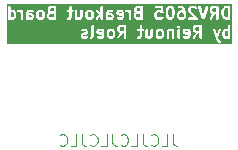
<source format=gbo>
G04 #@! TF.GenerationSoftware,KiCad,Pcbnew,8.0.5*
G04 #@! TF.CreationDate,2024-10-05T11:22:00+02:00*
G04 #@! TF.ProjectId,DRV2605-breakout,44525632-3630-4352-9d62-7265616b6f75,rev?*
G04 #@! TF.SameCoordinates,Original*
G04 #@! TF.FileFunction,Legend,Bot*
G04 #@! TF.FilePolarity,Positive*
%FSLAX46Y46*%
G04 Gerber Fmt 4.6, Leading zero omitted, Abs format (unit mm)*
G04 Created by KiCad (PCBNEW 8.0.5) date 2024-10-05 11:22:00*
%MOMM*%
%LPD*%
G01*
G04 APERTURE LIST*
%ADD10C,0.100000*%
%ADD11C,0.200000*%
%ADD12C,1.700000*%
%ADD13O,1.700000X1.700000*%
G04 APERTURE END LIST*
D10*
X122853259Y-84372419D02*
X122853259Y-85086704D01*
X122853259Y-85086704D02*
X122900878Y-85229561D01*
X122900878Y-85229561D02*
X122996116Y-85324800D01*
X122996116Y-85324800D02*
X123138973Y-85372419D01*
X123138973Y-85372419D02*
X123234211Y-85372419D01*
X121900878Y-85372419D02*
X122377068Y-85372419D01*
X122377068Y-85372419D02*
X122377068Y-84372419D01*
X120996116Y-85277180D02*
X121043735Y-85324800D01*
X121043735Y-85324800D02*
X121186592Y-85372419D01*
X121186592Y-85372419D02*
X121281830Y-85372419D01*
X121281830Y-85372419D02*
X121424687Y-85324800D01*
X121424687Y-85324800D02*
X121519925Y-85229561D01*
X121519925Y-85229561D02*
X121567544Y-85134323D01*
X121567544Y-85134323D02*
X121615163Y-84943847D01*
X121615163Y-84943847D02*
X121615163Y-84800990D01*
X121615163Y-84800990D02*
X121567544Y-84610514D01*
X121567544Y-84610514D02*
X121519925Y-84515276D01*
X121519925Y-84515276D02*
X121424687Y-84420038D01*
X121424687Y-84420038D02*
X121281830Y-84372419D01*
X121281830Y-84372419D02*
X121186592Y-84372419D01*
X121186592Y-84372419D02*
X121043735Y-84420038D01*
X121043735Y-84420038D02*
X120996116Y-84467657D01*
X120281830Y-84372419D02*
X120281830Y-85086704D01*
X120281830Y-85086704D02*
X120329449Y-85229561D01*
X120329449Y-85229561D02*
X120424687Y-85324800D01*
X120424687Y-85324800D02*
X120567544Y-85372419D01*
X120567544Y-85372419D02*
X120662782Y-85372419D01*
X119329449Y-85372419D02*
X119805639Y-85372419D01*
X119805639Y-85372419D02*
X119805639Y-84372419D01*
X118424687Y-85277180D02*
X118472306Y-85324800D01*
X118472306Y-85324800D02*
X118615163Y-85372419D01*
X118615163Y-85372419D02*
X118710401Y-85372419D01*
X118710401Y-85372419D02*
X118853258Y-85324800D01*
X118853258Y-85324800D02*
X118948496Y-85229561D01*
X118948496Y-85229561D02*
X118996115Y-85134323D01*
X118996115Y-85134323D02*
X119043734Y-84943847D01*
X119043734Y-84943847D02*
X119043734Y-84800990D01*
X119043734Y-84800990D02*
X118996115Y-84610514D01*
X118996115Y-84610514D02*
X118948496Y-84515276D01*
X118948496Y-84515276D02*
X118853258Y-84420038D01*
X118853258Y-84420038D02*
X118710401Y-84372419D01*
X118710401Y-84372419D02*
X118615163Y-84372419D01*
X118615163Y-84372419D02*
X118472306Y-84420038D01*
X118472306Y-84420038D02*
X118424687Y-84467657D01*
X117710401Y-84372419D02*
X117710401Y-85086704D01*
X117710401Y-85086704D02*
X117758020Y-85229561D01*
X117758020Y-85229561D02*
X117853258Y-85324800D01*
X117853258Y-85324800D02*
X117996115Y-85372419D01*
X117996115Y-85372419D02*
X118091353Y-85372419D01*
X116758020Y-85372419D02*
X117234210Y-85372419D01*
X117234210Y-85372419D02*
X117234210Y-84372419D01*
X115853258Y-85277180D02*
X115900877Y-85324800D01*
X115900877Y-85324800D02*
X116043734Y-85372419D01*
X116043734Y-85372419D02*
X116138972Y-85372419D01*
X116138972Y-85372419D02*
X116281829Y-85324800D01*
X116281829Y-85324800D02*
X116377067Y-85229561D01*
X116377067Y-85229561D02*
X116424686Y-85134323D01*
X116424686Y-85134323D02*
X116472305Y-84943847D01*
X116472305Y-84943847D02*
X116472305Y-84800990D01*
X116472305Y-84800990D02*
X116424686Y-84610514D01*
X116424686Y-84610514D02*
X116377067Y-84515276D01*
X116377067Y-84515276D02*
X116281829Y-84420038D01*
X116281829Y-84420038D02*
X116138972Y-84372419D01*
X116138972Y-84372419D02*
X116043734Y-84372419D01*
X116043734Y-84372419D02*
X115900877Y-84420038D01*
X115900877Y-84420038D02*
X115853258Y-84467657D01*
X115138972Y-84372419D02*
X115138972Y-85086704D01*
X115138972Y-85086704D02*
X115186591Y-85229561D01*
X115186591Y-85229561D02*
X115281829Y-85324800D01*
X115281829Y-85324800D02*
X115424686Y-85372419D01*
X115424686Y-85372419D02*
X115519924Y-85372419D01*
X114186591Y-85372419D02*
X114662781Y-85372419D01*
X114662781Y-85372419D02*
X114662781Y-84372419D01*
X113281829Y-85277180D02*
X113329448Y-85324800D01*
X113329448Y-85324800D02*
X113472305Y-85372419D01*
X113472305Y-85372419D02*
X113567543Y-85372419D01*
X113567543Y-85372419D02*
X113710400Y-85324800D01*
X113710400Y-85324800D02*
X113805638Y-85229561D01*
X113805638Y-85229561D02*
X113853257Y-85134323D01*
X113853257Y-85134323D02*
X113900876Y-84943847D01*
X113900876Y-84943847D02*
X113900876Y-84800990D01*
X113900876Y-84800990D02*
X113853257Y-84610514D01*
X113853257Y-84610514D02*
X113805638Y-84515276D01*
X113805638Y-84515276D02*
X113710400Y-84420038D01*
X113710400Y-84420038D02*
X113567543Y-84372419D01*
X113567543Y-84372419D02*
X113472305Y-84372419D01*
X113472305Y-84372419D02*
X113329448Y-84420038D01*
X113329448Y-84420038D02*
X113281829Y-84467657D01*
D11*
G36*
X116839124Y-75666679D02*
G01*
X116861279Y-75710988D01*
X116861279Y-75755876D01*
X116589793Y-75701579D01*
X116607244Y-75666678D01*
X116651553Y-75644524D01*
X116794815Y-75644524D01*
X116839124Y-75666679D01*
G37*
G36*
X117711567Y-75674329D02*
G01*
X117736236Y-75698997D01*
X117766041Y-75758607D01*
X117766041Y-75997107D01*
X117736236Y-76056715D01*
X117711567Y-76081385D01*
X117651958Y-76111191D01*
X117556315Y-76111191D01*
X117496705Y-76081386D01*
X117472038Y-76056718D01*
X117442232Y-75997106D01*
X117442232Y-75758607D01*
X117472037Y-75698997D01*
X117496705Y-75674328D01*
X117556315Y-75644524D01*
X117651958Y-75644524D01*
X117711567Y-75674329D01*
G37*
G36*
X121854425Y-75674329D02*
G01*
X121879094Y-75698997D01*
X121908899Y-75758607D01*
X121908899Y-75997107D01*
X121879094Y-76056715D01*
X121854425Y-76081385D01*
X121794816Y-76111191D01*
X121699173Y-76111191D01*
X121639563Y-76081386D01*
X121614896Y-76056718D01*
X121585090Y-75997106D01*
X121585090Y-75758607D01*
X121614895Y-75698997D01*
X121639563Y-75674328D01*
X121699173Y-75644524D01*
X121794816Y-75644524D01*
X121854425Y-75674329D01*
G37*
G36*
X124124839Y-75666679D02*
G01*
X124146994Y-75710988D01*
X124146994Y-75755876D01*
X123875508Y-75701579D01*
X123892959Y-75666678D01*
X123937268Y-75644524D01*
X124080530Y-75644524D01*
X124124839Y-75666679D01*
G37*
G36*
X127527947Y-75653946D02*
G01*
X127527947Y-76101768D01*
X127509102Y-76111191D01*
X127365840Y-76111191D01*
X127306230Y-76081386D01*
X127281563Y-76056718D01*
X127251757Y-75997106D01*
X127251757Y-75758607D01*
X127281562Y-75698997D01*
X127306230Y-75674328D01*
X127365840Y-75644524D01*
X127509102Y-75644524D01*
X127527947Y-75653946D01*
G37*
G36*
X118718422Y-75635000D02*
G01*
X118461077Y-75635000D01*
X118401467Y-75605195D01*
X118376799Y-75580526D01*
X118346994Y-75520916D01*
X118346994Y-75425274D01*
X118376799Y-75365664D01*
X118401467Y-75340995D01*
X118461077Y-75311191D01*
X118718422Y-75311191D01*
X118718422Y-75635000D01*
G37*
G36*
X125099375Y-75635000D02*
G01*
X124842030Y-75635000D01*
X124782420Y-75605195D01*
X124757752Y-75580526D01*
X124727947Y-75520916D01*
X124727947Y-75425274D01*
X124757752Y-75365664D01*
X124782420Y-75340995D01*
X124842030Y-75311191D01*
X125099375Y-75311191D01*
X125099375Y-75635000D01*
G37*
G36*
X109330613Y-74064385D02*
G01*
X109355282Y-74089053D01*
X109385087Y-74148663D01*
X109385087Y-74387163D01*
X109355282Y-74446771D01*
X109330613Y-74471441D01*
X109271004Y-74501247D01*
X109127742Y-74501247D01*
X109108897Y-74491824D01*
X109108897Y-74044002D01*
X109127742Y-74034580D01*
X109271004Y-74034580D01*
X109330613Y-74064385D01*
G37*
G36*
X110886742Y-74342449D02*
G01*
X110908897Y-74386758D01*
X110908897Y-74434782D01*
X110886742Y-74479091D01*
X110842433Y-74501247D01*
X110651552Y-74501247D01*
X110632707Y-74491824D01*
X110632707Y-74320294D01*
X110842433Y-74320294D01*
X110886742Y-74342449D01*
G37*
G36*
X111759185Y-74064385D02*
G01*
X111783854Y-74089053D01*
X111813659Y-74148663D01*
X111813659Y-74387163D01*
X111783854Y-74446771D01*
X111759185Y-74471441D01*
X111699576Y-74501247D01*
X111603933Y-74501247D01*
X111544323Y-74471442D01*
X111519656Y-74446774D01*
X111489850Y-74387162D01*
X111489850Y-74148663D01*
X111519655Y-74089053D01*
X111544323Y-74064384D01*
X111603933Y-74034580D01*
X111699576Y-74034580D01*
X111759185Y-74064385D01*
G37*
G36*
X112766040Y-74501247D02*
G01*
X112508695Y-74501247D01*
X112449085Y-74471442D01*
X112424418Y-74446774D01*
X112394612Y-74387162D01*
X112394612Y-74291520D01*
X112424417Y-74231910D01*
X112443868Y-74212458D01*
X112548933Y-74177437D01*
X112766040Y-74177437D01*
X112766040Y-74501247D01*
G37*
G36*
X112766040Y-73977437D02*
G01*
X112556314Y-73977437D01*
X112496704Y-73947632D01*
X112472036Y-73922963D01*
X112442231Y-73863353D01*
X112442231Y-73815330D01*
X112472036Y-73755720D01*
X112496704Y-73731051D01*
X112556314Y-73701247D01*
X112766040Y-73701247D01*
X112766040Y-73977437D01*
G37*
G36*
X115902043Y-74064385D02*
G01*
X115926712Y-74089053D01*
X115956517Y-74148663D01*
X115956517Y-74387163D01*
X115926712Y-74446771D01*
X115902043Y-74471441D01*
X115842434Y-74501247D01*
X115746791Y-74501247D01*
X115687181Y-74471442D01*
X115662514Y-74446774D01*
X115632708Y-74387162D01*
X115632708Y-74148663D01*
X115662513Y-74089053D01*
X115687181Y-74064384D01*
X115746791Y-74034580D01*
X115842434Y-74034580D01*
X115902043Y-74064385D01*
G37*
G36*
X117648648Y-74342449D02*
G01*
X117670803Y-74386758D01*
X117670803Y-74434782D01*
X117648648Y-74479091D01*
X117604339Y-74501247D01*
X117413458Y-74501247D01*
X117394613Y-74491824D01*
X117394613Y-74320294D01*
X117604339Y-74320294D01*
X117648648Y-74342449D01*
G37*
G36*
X118505791Y-74056735D02*
G01*
X118527946Y-74101044D01*
X118527946Y-74145932D01*
X118256460Y-74091635D01*
X118273911Y-74056734D01*
X118318220Y-74034580D01*
X118461482Y-74034580D01*
X118505791Y-74056735D01*
G37*
G36*
X120099375Y-74501247D02*
G01*
X119842030Y-74501247D01*
X119782420Y-74471442D01*
X119757753Y-74446774D01*
X119727947Y-74387162D01*
X119727947Y-74291520D01*
X119757752Y-74231910D01*
X119777203Y-74212458D01*
X119882268Y-74177437D01*
X120099375Y-74177437D01*
X120099375Y-74501247D01*
G37*
G36*
X120099375Y-73977437D02*
G01*
X119889649Y-73977437D01*
X119830039Y-73947632D01*
X119805371Y-73922963D01*
X119775566Y-73863353D01*
X119775566Y-73815330D01*
X119805371Y-73755720D01*
X119830039Y-73731051D01*
X119889649Y-73701247D01*
X120099375Y-73701247D01*
X120099375Y-73977437D01*
G37*
G36*
X122711568Y-73731052D02*
G01*
X122736237Y-73755720D01*
X122771690Y-73826627D01*
X122813661Y-73994508D01*
X122813661Y-74207984D01*
X122771690Y-74375865D01*
X122736237Y-74446771D01*
X122711568Y-74471441D01*
X122651959Y-74501247D01*
X122603935Y-74501247D01*
X122544325Y-74471442D01*
X122519658Y-74446774D01*
X122484203Y-74375865D01*
X122442233Y-74207984D01*
X122442233Y-73994509D01*
X122484203Y-73826627D01*
X122519657Y-73755720D01*
X122544325Y-73731051D01*
X122603935Y-73701247D01*
X122651959Y-73701247D01*
X122711568Y-73731052D01*
G37*
G36*
X123711568Y-74112004D02*
G01*
X123736237Y-74136672D01*
X123766042Y-74196282D01*
X123766042Y-74387163D01*
X123736237Y-74446771D01*
X123711568Y-74471441D01*
X123651959Y-74501247D01*
X123508697Y-74501247D01*
X123449087Y-74471442D01*
X123424420Y-74446774D01*
X123394614Y-74387162D01*
X123394614Y-74196282D01*
X123424419Y-74136672D01*
X123449087Y-74112003D01*
X123508697Y-74082199D01*
X123651959Y-74082199D01*
X123711568Y-74112004D01*
G37*
G36*
X127527947Y-74501247D02*
G01*
X127406078Y-74501247D01*
X127301013Y-74466225D01*
X127233943Y-74399155D01*
X127198489Y-74328246D01*
X127156519Y-74160365D01*
X127156519Y-74042128D01*
X127198489Y-73874246D01*
X127233942Y-73803340D01*
X127301014Y-73736268D01*
X127406078Y-73701247D01*
X127527947Y-73701247D01*
X127527947Y-74501247D01*
G37*
G36*
X126527947Y-74025056D02*
G01*
X126270602Y-74025056D01*
X126210992Y-73995251D01*
X126186324Y-73970582D01*
X126156519Y-73910972D01*
X126156519Y-73815330D01*
X126186324Y-73755720D01*
X126210992Y-73731051D01*
X126270602Y-73701247D01*
X126527947Y-73701247D01*
X126527947Y-74025056D01*
G37*
G36*
X127839058Y-76754850D02*
G01*
X108797786Y-76754850D01*
X108797786Y-76020714D01*
X115051755Y-76020714D01*
X115051755Y-76068333D01*
X115053676Y-76087842D01*
X115055051Y-76091162D01*
X115055306Y-76094745D01*
X115062312Y-76113054D01*
X115109931Y-76208293D01*
X115111984Y-76211556D01*
X115112498Y-76213095D01*
X115114160Y-76215011D01*
X115120374Y-76224883D01*
X115129845Y-76233097D01*
X115138062Y-76242572D01*
X115147932Y-76248784D01*
X115149850Y-76250448D01*
X115151390Y-76250961D01*
X115154653Y-76253015D01*
X115249890Y-76300634D01*
X115268199Y-76307640D01*
X115271782Y-76307894D01*
X115275103Y-76309270D01*
X115294612Y-76311191D01*
X115485088Y-76311191D01*
X115504597Y-76309270D01*
X115507917Y-76307894D01*
X115511501Y-76307640D01*
X115529809Y-76300634D01*
X115625047Y-76253015D01*
X115641637Y-76242572D01*
X115667202Y-76213095D01*
X115672005Y-76198684D01*
X115814445Y-76198684D01*
X115817211Y-76237604D01*
X115834660Y-76272503D01*
X115864137Y-76298067D01*
X115901153Y-76310406D01*
X115940073Y-76307640D01*
X115958381Y-76300634D01*
X116053619Y-76253015D01*
X116056881Y-76250961D01*
X116058421Y-76250448D01*
X116060337Y-76248785D01*
X116070209Y-76242572D01*
X116078424Y-76233098D01*
X116087898Y-76224883D01*
X116094111Y-76215011D01*
X116095774Y-76213095D01*
X116096286Y-76211556D01*
X116098341Y-76208293D01*
X116145960Y-76113054D01*
X116152966Y-76094746D01*
X116153220Y-76091162D01*
X116154596Y-76087842D01*
X116156517Y-76068333D01*
X116156517Y-75687381D01*
X116385089Y-75687381D01*
X116385089Y-75782619D01*
X116387010Y-75802128D01*
X116390759Y-75811180D01*
X116392661Y-75820791D01*
X116398152Y-75829027D01*
X116401942Y-75838176D01*
X116408868Y-75845102D01*
X116414304Y-75853256D01*
X116422532Y-75858766D01*
X116429532Y-75865766D01*
X116438583Y-75869515D01*
X116446724Y-75874967D01*
X116465477Y-75880677D01*
X116465578Y-75880697D01*
X116465580Y-75880698D01*
X116465582Y-75880698D01*
X116861279Y-75959837D01*
X116861279Y-76044726D01*
X116839124Y-76089035D01*
X116794815Y-76111191D01*
X116651553Y-76111191D01*
X116577429Y-76074129D01*
X116559121Y-76067123D01*
X116520201Y-76064357D01*
X116483185Y-76076696D01*
X116453708Y-76102260D01*
X116436259Y-76137159D01*
X116433493Y-76176079D01*
X116445832Y-76213095D01*
X116471396Y-76242572D01*
X116487987Y-76253015D01*
X116583224Y-76300634D01*
X116601533Y-76307640D01*
X116605116Y-76307894D01*
X116608437Y-76309270D01*
X116627946Y-76311191D01*
X116818422Y-76311191D01*
X116837931Y-76309270D01*
X116841251Y-76307894D01*
X116844835Y-76307640D01*
X116863143Y-76300634D01*
X116958381Y-76253015D01*
X116961643Y-76250961D01*
X116963183Y-76250448D01*
X116965099Y-76248785D01*
X116974971Y-76242572D01*
X116983186Y-76233098D01*
X116992660Y-76224883D01*
X116998873Y-76215011D01*
X117000536Y-76213095D01*
X117001048Y-76211556D01*
X117003103Y-76208293D01*
X117050722Y-76113054D01*
X117057728Y-76094746D01*
X117057982Y-76091162D01*
X117059358Y-76087842D01*
X117061279Y-76068333D01*
X117061279Y-75735000D01*
X117242232Y-75735000D01*
X117242232Y-76020714D01*
X117244153Y-76040223D01*
X117245528Y-76043543D01*
X117245783Y-76047127D01*
X117252789Y-76065435D01*
X117300408Y-76160673D01*
X117305691Y-76169065D01*
X117306703Y-76171509D01*
X117308959Y-76174258D01*
X117310851Y-76177263D01*
X117312845Y-76178992D01*
X117319140Y-76186662D01*
X117366758Y-76234282D01*
X117374426Y-76240575D01*
X117376158Y-76242572D01*
X117379166Y-76244465D01*
X117381912Y-76246719D01*
X117384352Y-76247729D01*
X117392749Y-76253015D01*
X117487986Y-76300634D01*
X117506295Y-76307640D01*
X117509878Y-76307894D01*
X117513199Y-76309270D01*
X117532708Y-76311191D01*
X117675565Y-76311191D01*
X117695074Y-76309270D01*
X117698394Y-76307894D01*
X117701978Y-76307640D01*
X117720286Y-76300634D01*
X117815524Y-76253015D01*
X117823919Y-76247730D01*
X117826361Y-76246719D01*
X117829108Y-76244463D01*
X117832114Y-76242572D01*
X117833844Y-76240577D01*
X117841514Y-76234282D01*
X117889133Y-76186662D01*
X117895425Y-76178995D01*
X117897422Y-76177264D01*
X117899315Y-76174256D01*
X117901570Y-76171509D01*
X117902581Y-76169067D01*
X117907865Y-76160673D01*
X117955484Y-76065436D01*
X117962490Y-76047127D01*
X117962744Y-76043543D01*
X117964120Y-76040223D01*
X117966041Y-76020714D01*
X117966041Y-75735000D01*
X117964120Y-75715491D01*
X117962744Y-75712170D01*
X117962490Y-75708587D01*
X117955484Y-75690278D01*
X117907865Y-75595041D01*
X117902579Y-75586644D01*
X117901569Y-75584204D01*
X117899315Y-75581458D01*
X117897422Y-75578450D01*
X117895424Y-75576717D01*
X117889132Y-75569051D01*
X117841514Y-75521432D01*
X117833843Y-75515137D01*
X117832114Y-75513143D01*
X117829106Y-75511249D01*
X117826360Y-75508996D01*
X117823920Y-75507985D01*
X117815524Y-75502700D01*
X117720286Y-75455081D01*
X117701978Y-75448075D01*
X117698394Y-75447820D01*
X117695074Y-75446445D01*
X117675565Y-75444524D01*
X117532708Y-75444524D01*
X117513199Y-75446445D01*
X117509878Y-75447820D01*
X117506295Y-75448075D01*
X117487986Y-75455081D01*
X117392749Y-75502700D01*
X117384352Y-75507985D01*
X117381912Y-75508996D01*
X117379166Y-75511249D01*
X117376158Y-75513143D01*
X117374425Y-75515140D01*
X117366759Y-75521433D01*
X117319140Y-75569051D01*
X117312845Y-75576721D01*
X117310851Y-75578451D01*
X117308957Y-75581458D01*
X117306704Y-75584205D01*
X117305693Y-75586644D01*
X117300408Y-75595041D01*
X117252789Y-75690279D01*
X117245783Y-75708587D01*
X117245528Y-75712170D01*
X117244153Y-75715491D01*
X117242232Y-75735000D01*
X117061279Y-75735000D01*
X117061279Y-75687381D01*
X117059358Y-75667872D01*
X117057982Y-75664551D01*
X117057728Y-75660968D01*
X117050722Y-75642659D01*
X117003103Y-75547422D01*
X117001048Y-75544158D01*
X117000536Y-75542620D01*
X116998874Y-75540704D01*
X116992660Y-75530831D01*
X116983184Y-75522613D01*
X116974971Y-75513143D01*
X116965099Y-75506929D01*
X116963183Y-75505267D01*
X116961644Y-75504753D01*
X116958381Y-75502700D01*
X116863143Y-75455081D01*
X116844835Y-75448075D01*
X116841251Y-75447820D01*
X116837931Y-75446445D01*
X116818422Y-75444524D01*
X116627946Y-75444524D01*
X116608437Y-75446445D01*
X116605116Y-75447820D01*
X116601533Y-75448075D01*
X116583224Y-75455081D01*
X116487987Y-75502700D01*
X116484723Y-75504754D01*
X116483185Y-75505267D01*
X116481269Y-75506928D01*
X116471396Y-75513143D01*
X116463178Y-75522618D01*
X116453708Y-75530832D01*
X116447494Y-75540703D01*
X116445832Y-75542620D01*
X116445318Y-75544158D01*
X116443265Y-75547422D01*
X116395646Y-75642660D01*
X116388640Y-75660968D01*
X116388385Y-75664551D01*
X116387010Y-75667872D01*
X116385089Y-75687381D01*
X116156517Y-75687381D01*
X116156517Y-75401667D01*
X118146994Y-75401667D01*
X118146994Y-75544524D01*
X118148915Y-75564033D01*
X118150290Y-75567353D01*
X118150545Y-75570937D01*
X118157551Y-75589245D01*
X118205170Y-75684483D01*
X118210455Y-75692879D01*
X118211466Y-75695319D01*
X118213719Y-75698065D01*
X118215613Y-75701073D01*
X118217607Y-75702802D01*
X118223902Y-75710473D01*
X118271521Y-75758091D01*
X118279187Y-75764383D01*
X118280920Y-75766381D01*
X118283928Y-75768274D01*
X118286674Y-75770528D01*
X118289114Y-75771538D01*
X118297511Y-75776824D01*
X118392748Y-75824443D01*
X118395038Y-75825319D01*
X118165071Y-76153845D01*
X118155457Y-76170929D01*
X118147017Y-76209023D01*
X118153798Y-76247448D01*
X118174767Y-76280353D01*
X118206732Y-76302728D01*
X118244826Y-76311168D01*
X118283251Y-76304387D01*
X118316156Y-76283418D01*
X118328917Y-76268537D01*
X118632392Y-75835000D01*
X118718422Y-75835000D01*
X118718422Y-76211191D01*
X118720343Y-76230700D01*
X118735275Y-76266748D01*
X118762865Y-76294338D01*
X118798913Y-76309270D01*
X118837931Y-76309270D01*
X118873979Y-76294338D01*
X118901569Y-76266748D01*
X118916501Y-76230700D01*
X118918422Y-76211191D01*
X118918422Y-75525015D01*
X119815582Y-75525015D01*
X119815582Y-75564033D01*
X119830514Y-75600081D01*
X119858104Y-75627671D01*
X119894152Y-75642603D01*
X119913661Y-75644524D01*
X120051756Y-75644524D01*
X120051756Y-76044726D01*
X120029601Y-76089035D01*
X119985292Y-76111191D01*
X119913661Y-76111191D01*
X119894152Y-76113112D01*
X119858104Y-76128044D01*
X119830514Y-76155634D01*
X119815582Y-76191682D01*
X119815582Y-76230700D01*
X119830514Y-76266748D01*
X119858104Y-76294338D01*
X119894152Y-76309270D01*
X119913661Y-76311191D01*
X120008899Y-76311191D01*
X120028408Y-76309270D01*
X120031728Y-76307894D01*
X120035312Y-76307640D01*
X120053620Y-76300634D01*
X120148858Y-76253015D01*
X120152120Y-76250961D01*
X120153660Y-76250448D01*
X120155576Y-76248785D01*
X120165448Y-76242572D01*
X120173663Y-76233098D01*
X120183137Y-76224883D01*
X120189350Y-76215011D01*
X120191013Y-76213095D01*
X120191525Y-76211556D01*
X120193580Y-76208293D01*
X120241199Y-76113054D01*
X120248205Y-76094746D01*
X120248459Y-76091162D01*
X120249835Y-76087842D01*
X120251756Y-76068333D01*
X120251756Y-75644524D01*
X120294613Y-75644524D01*
X120314122Y-75642603D01*
X120350170Y-75627671D01*
X120377760Y-75600081D01*
X120392692Y-75564033D01*
X120392692Y-75544524D01*
X120527947Y-75544524D01*
X120527947Y-76211191D01*
X120529868Y-76230700D01*
X120544800Y-76266748D01*
X120572390Y-76294338D01*
X120608438Y-76309270D01*
X120647456Y-76309270D01*
X120683504Y-76294338D01*
X120693499Y-76284342D01*
X120726082Y-76300634D01*
X120744391Y-76307640D01*
X120747974Y-76307894D01*
X120751295Y-76309270D01*
X120770804Y-76311191D01*
X120913661Y-76311191D01*
X120933170Y-76309270D01*
X120936490Y-76307894D01*
X120940074Y-76307640D01*
X120958382Y-76300634D01*
X121053620Y-76253015D01*
X121056882Y-76250961D01*
X121058422Y-76250448D01*
X121060338Y-76248785D01*
X121070210Y-76242572D01*
X121078425Y-76233098D01*
X121087899Y-76224883D01*
X121094112Y-76215011D01*
X121095775Y-76213095D01*
X121096287Y-76211556D01*
X121098342Y-76208293D01*
X121145961Y-76113054D01*
X121152967Y-76094746D01*
X121153221Y-76091162D01*
X121154597Y-76087842D01*
X121156518Y-76068333D01*
X121156518Y-75735000D01*
X121385090Y-75735000D01*
X121385090Y-76020714D01*
X121387011Y-76040223D01*
X121388386Y-76043543D01*
X121388641Y-76047127D01*
X121395647Y-76065435D01*
X121443266Y-76160673D01*
X121448549Y-76169065D01*
X121449561Y-76171509D01*
X121451817Y-76174258D01*
X121453709Y-76177263D01*
X121455703Y-76178992D01*
X121461998Y-76186662D01*
X121509616Y-76234282D01*
X121517284Y-76240575D01*
X121519016Y-76242572D01*
X121522024Y-76244465D01*
X121524770Y-76246719D01*
X121527210Y-76247729D01*
X121535607Y-76253015D01*
X121630844Y-76300634D01*
X121649153Y-76307640D01*
X121652736Y-76307894D01*
X121656057Y-76309270D01*
X121675566Y-76311191D01*
X121818423Y-76311191D01*
X121837932Y-76309270D01*
X121841252Y-76307894D01*
X121844836Y-76307640D01*
X121863144Y-76300634D01*
X121958382Y-76253015D01*
X121966777Y-76247730D01*
X121969219Y-76246719D01*
X121971966Y-76244463D01*
X121974972Y-76242572D01*
X121976702Y-76240577D01*
X121984372Y-76234282D01*
X122031991Y-76186662D01*
X122038283Y-76178995D01*
X122040280Y-76177264D01*
X122042173Y-76174256D01*
X122044428Y-76171509D01*
X122045439Y-76169067D01*
X122050723Y-76160673D01*
X122098342Y-76065436D01*
X122105348Y-76047127D01*
X122105602Y-76043543D01*
X122106978Y-76040223D01*
X122108899Y-76020714D01*
X122108899Y-75735000D01*
X122106978Y-75715491D01*
X122105602Y-75712170D01*
X122105348Y-75708587D01*
X122098342Y-75690278D01*
X122096893Y-75687381D01*
X122337471Y-75687381D01*
X122337471Y-76211191D01*
X122339392Y-76230700D01*
X122354324Y-76266748D01*
X122381914Y-76294338D01*
X122417962Y-76309270D01*
X122456980Y-76309270D01*
X122493028Y-76294338D01*
X122520618Y-76266748D01*
X122535550Y-76230700D01*
X122537471Y-76211191D01*
X122537471Y-75710988D01*
X122559626Y-75666678D01*
X122603935Y-75644524D01*
X122699578Y-75644524D01*
X122759187Y-75674329D01*
X122766042Y-75681183D01*
X122766042Y-76211191D01*
X122767963Y-76230700D01*
X122782895Y-76266748D01*
X122810485Y-76294338D01*
X122846533Y-76309270D01*
X122885551Y-76309270D01*
X122921599Y-76294338D01*
X122949189Y-76266748D01*
X122964121Y-76230700D01*
X122966042Y-76211191D01*
X122966042Y-75544524D01*
X123242232Y-75544524D01*
X123242232Y-76211191D01*
X123244153Y-76230700D01*
X123259085Y-76266748D01*
X123286675Y-76294338D01*
X123322723Y-76309270D01*
X123361741Y-76309270D01*
X123397789Y-76294338D01*
X123425379Y-76266748D01*
X123440311Y-76230700D01*
X123442232Y-76211191D01*
X123442232Y-75687381D01*
X123670804Y-75687381D01*
X123670804Y-75782619D01*
X123672725Y-75802128D01*
X123676474Y-75811180D01*
X123678376Y-75820791D01*
X123683867Y-75829027D01*
X123687657Y-75838176D01*
X123694583Y-75845102D01*
X123700019Y-75853256D01*
X123708247Y-75858766D01*
X123715247Y-75865766D01*
X123724298Y-75869515D01*
X123732439Y-75874967D01*
X123751192Y-75880677D01*
X123751293Y-75880697D01*
X123751295Y-75880698D01*
X123751297Y-75880698D01*
X124146994Y-75959837D01*
X124146994Y-76044726D01*
X124124839Y-76089035D01*
X124080530Y-76111191D01*
X123937268Y-76111191D01*
X123863144Y-76074129D01*
X123844836Y-76067123D01*
X123805916Y-76064357D01*
X123768900Y-76076696D01*
X123739423Y-76102260D01*
X123721974Y-76137159D01*
X123719208Y-76176079D01*
X123731547Y-76213095D01*
X123757111Y-76242572D01*
X123773702Y-76253015D01*
X123868939Y-76300634D01*
X123887248Y-76307640D01*
X123890831Y-76307894D01*
X123894152Y-76309270D01*
X123913661Y-76311191D01*
X124104137Y-76311191D01*
X124123646Y-76309270D01*
X124126966Y-76307894D01*
X124130550Y-76307640D01*
X124148858Y-76300634D01*
X124244096Y-76253015D01*
X124247358Y-76250961D01*
X124248898Y-76250448D01*
X124250814Y-76248785D01*
X124260686Y-76242572D01*
X124268901Y-76233098D01*
X124278375Y-76224883D01*
X124284588Y-76215011D01*
X124286251Y-76213095D01*
X124286763Y-76211556D01*
X124288818Y-76208293D01*
X124336437Y-76113054D01*
X124343443Y-76094746D01*
X124343697Y-76091162D01*
X124345073Y-76087842D01*
X124346994Y-76068333D01*
X124346994Y-75687381D01*
X124345073Y-75667872D01*
X124343697Y-75664551D01*
X124343443Y-75660968D01*
X124336437Y-75642659D01*
X124288818Y-75547422D01*
X124286763Y-75544158D01*
X124286251Y-75542620D01*
X124284589Y-75540704D01*
X124278375Y-75530831D01*
X124268899Y-75522613D01*
X124260686Y-75513143D01*
X124250814Y-75506929D01*
X124248898Y-75505267D01*
X124247359Y-75504753D01*
X124244096Y-75502700D01*
X124148858Y-75455081D01*
X124130550Y-75448075D01*
X124126966Y-75447820D01*
X124123646Y-75446445D01*
X124104137Y-75444524D01*
X123913661Y-75444524D01*
X123894152Y-75446445D01*
X123890831Y-75447820D01*
X123887248Y-75448075D01*
X123868939Y-75455081D01*
X123773702Y-75502700D01*
X123770438Y-75504754D01*
X123768900Y-75505267D01*
X123766984Y-75506928D01*
X123757111Y-75513143D01*
X123748893Y-75522618D01*
X123739423Y-75530832D01*
X123733209Y-75540703D01*
X123731547Y-75542620D01*
X123731033Y-75544158D01*
X123728980Y-75547422D01*
X123681361Y-75642660D01*
X123674355Y-75660968D01*
X123674100Y-75664551D01*
X123672725Y-75667872D01*
X123670804Y-75687381D01*
X123442232Y-75687381D01*
X123442232Y-75544524D01*
X123440311Y-75525015D01*
X123425379Y-75488967D01*
X123397789Y-75461377D01*
X123361741Y-75446445D01*
X123322723Y-75446445D01*
X123286675Y-75461377D01*
X123259085Y-75488967D01*
X123244153Y-75525015D01*
X123242232Y-75544524D01*
X122966042Y-75544524D01*
X122964121Y-75525015D01*
X122949189Y-75488967D01*
X122921599Y-75461377D01*
X122885551Y-75446445D01*
X122846533Y-75446445D01*
X122810485Y-75461377D01*
X122800489Y-75471372D01*
X122767906Y-75455081D01*
X122749598Y-75448075D01*
X122746014Y-75447820D01*
X122742694Y-75446445D01*
X122723185Y-75444524D01*
X122580328Y-75444524D01*
X122560819Y-75446445D01*
X122557498Y-75447820D01*
X122553915Y-75448075D01*
X122535606Y-75455081D01*
X122440369Y-75502700D01*
X122437105Y-75504754D01*
X122435567Y-75505267D01*
X122433651Y-75506928D01*
X122423778Y-75513143D01*
X122415560Y-75522618D01*
X122406090Y-75530832D01*
X122399876Y-75540703D01*
X122398214Y-75542620D01*
X122397700Y-75544158D01*
X122395647Y-75547422D01*
X122348028Y-75642660D01*
X122341022Y-75660968D01*
X122340767Y-75664551D01*
X122339392Y-75667872D01*
X122337471Y-75687381D01*
X122096893Y-75687381D01*
X122050723Y-75595041D01*
X122045437Y-75586644D01*
X122044427Y-75584204D01*
X122042173Y-75581458D01*
X122040280Y-75578450D01*
X122038282Y-75576717D01*
X122031990Y-75569051D01*
X121984372Y-75521432D01*
X121976701Y-75515137D01*
X121974972Y-75513143D01*
X121971964Y-75511249D01*
X121969218Y-75508996D01*
X121966778Y-75507985D01*
X121958382Y-75502700D01*
X121863144Y-75455081D01*
X121844836Y-75448075D01*
X121841252Y-75447820D01*
X121837932Y-75446445D01*
X121818423Y-75444524D01*
X121675566Y-75444524D01*
X121656057Y-75446445D01*
X121652736Y-75447820D01*
X121649153Y-75448075D01*
X121630844Y-75455081D01*
X121535607Y-75502700D01*
X121527210Y-75507985D01*
X121524770Y-75508996D01*
X121522024Y-75511249D01*
X121519016Y-75513143D01*
X121517283Y-75515140D01*
X121509617Y-75521433D01*
X121461998Y-75569051D01*
X121455703Y-75576721D01*
X121453709Y-75578451D01*
X121451815Y-75581458D01*
X121449562Y-75584205D01*
X121448551Y-75586644D01*
X121443266Y-75595041D01*
X121395647Y-75690279D01*
X121388641Y-75708587D01*
X121388386Y-75712170D01*
X121387011Y-75715491D01*
X121385090Y-75735000D01*
X121156518Y-75735000D01*
X121156518Y-75544524D01*
X121154597Y-75525015D01*
X121139665Y-75488967D01*
X121112075Y-75461377D01*
X121076027Y-75446445D01*
X121037009Y-75446445D01*
X121000961Y-75461377D01*
X120973371Y-75488967D01*
X120958439Y-75525015D01*
X120956518Y-75544524D01*
X120956518Y-76044726D01*
X120934363Y-76089035D01*
X120890054Y-76111191D01*
X120794411Y-76111191D01*
X120734801Y-76081386D01*
X120727947Y-76074531D01*
X120727947Y-75544524D01*
X120726026Y-75525015D01*
X120711094Y-75488967D01*
X120683504Y-75461377D01*
X120647456Y-75446445D01*
X120608438Y-75446445D01*
X120572390Y-75461377D01*
X120544800Y-75488967D01*
X120529868Y-75525015D01*
X120527947Y-75544524D01*
X120392692Y-75544524D01*
X120392692Y-75525015D01*
X120377760Y-75488967D01*
X120350170Y-75461377D01*
X120314122Y-75446445D01*
X120294613Y-75444524D01*
X120251756Y-75444524D01*
X120251756Y-75239301D01*
X123196534Y-75239301D01*
X123196534Y-75278319D01*
X123211466Y-75314367D01*
X123223902Y-75329521D01*
X123271521Y-75377139D01*
X123286674Y-75389576D01*
X123297232Y-75393949D01*
X123322723Y-75404508D01*
X123361741Y-75404508D01*
X123368600Y-75401667D01*
X124527947Y-75401667D01*
X124527947Y-75544524D01*
X124529868Y-75564033D01*
X124531243Y-75567353D01*
X124531498Y-75570937D01*
X124538504Y-75589245D01*
X124586123Y-75684483D01*
X124591408Y-75692879D01*
X124592419Y-75695319D01*
X124594672Y-75698065D01*
X124596566Y-75701073D01*
X124598560Y-75702802D01*
X124604855Y-75710473D01*
X124652474Y-75758091D01*
X124660140Y-75764383D01*
X124661873Y-75766381D01*
X124664881Y-75768274D01*
X124667627Y-75770528D01*
X124670067Y-75771538D01*
X124678464Y-75776824D01*
X124773701Y-75824443D01*
X124775991Y-75825319D01*
X124546024Y-76153845D01*
X124536410Y-76170929D01*
X124527970Y-76209023D01*
X124534751Y-76247448D01*
X124555720Y-76280353D01*
X124587685Y-76302728D01*
X124625779Y-76311168D01*
X124664204Y-76304387D01*
X124697109Y-76283418D01*
X124709870Y-76268537D01*
X125013345Y-75835000D01*
X125099375Y-75835000D01*
X125099375Y-76211191D01*
X125101296Y-76230700D01*
X125116228Y-76266748D01*
X125143818Y-76294338D01*
X125179866Y-76309270D01*
X125218884Y-76309270D01*
X125254932Y-76294338D01*
X125282522Y-76266748D01*
X125297454Y-76230700D01*
X125299375Y-76211191D01*
X125299375Y-75559139D01*
X126243306Y-75559139D01*
X126248059Y-75578158D01*
X126486154Y-76244824D01*
X126486955Y-76246520D01*
X126487480Y-76248330D01*
X126582718Y-76486425D01*
X126591747Y-76503825D01*
X126592181Y-76504270D01*
X126592419Y-76504843D01*
X126604855Y-76519997D01*
X126652474Y-76567615D01*
X126660140Y-76573907D01*
X126661873Y-76575905D01*
X126664881Y-76577798D01*
X126667627Y-76580052D01*
X126670067Y-76581062D01*
X126678464Y-76586348D01*
X126773701Y-76633967D01*
X126792010Y-76640973D01*
X126830930Y-76643739D01*
X126867946Y-76631400D01*
X126897423Y-76605835D01*
X126914872Y-76570937D01*
X126917637Y-76532017D01*
X126905299Y-76495001D01*
X126879734Y-76465524D01*
X126863144Y-76455081D01*
X126782420Y-76414719D01*
X126760790Y-76393089D01*
X126687229Y-76209186D01*
X126856582Y-75735000D01*
X127051757Y-75735000D01*
X127051757Y-76020714D01*
X127053678Y-76040223D01*
X127055053Y-76043543D01*
X127055308Y-76047127D01*
X127062314Y-76065435D01*
X127109933Y-76160673D01*
X127115216Y-76169065D01*
X127116228Y-76171509D01*
X127118484Y-76174258D01*
X127120376Y-76177263D01*
X127122370Y-76178992D01*
X127128665Y-76186662D01*
X127176283Y-76234282D01*
X127183951Y-76240575D01*
X127185683Y-76242572D01*
X127188691Y-76244465D01*
X127191437Y-76246719D01*
X127193877Y-76247729D01*
X127202274Y-76253015D01*
X127297511Y-76300634D01*
X127315820Y-76307640D01*
X127319403Y-76307894D01*
X127322724Y-76309270D01*
X127342233Y-76311191D01*
X127532709Y-76311191D01*
X127552218Y-76309270D01*
X127555538Y-76307894D01*
X127559122Y-76307640D01*
X127577430Y-76300634D01*
X127582033Y-76298332D01*
X127608438Y-76309270D01*
X127647456Y-76309270D01*
X127683504Y-76294338D01*
X127711094Y-76266748D01*
X127726026Y-76230700D01*
X127727947Y-76211191D01*
X127727947Y-75211191D01*
X127726026Y-75191682D01*
X127711094Y-75155634D01*
X127683504Y-75128044D01*
X127647456Y-75113112D01*
X127608438Y-75113112D01*
X127572390Y-75128044D01*
X127544800Y-75155634D01*
X127529868Y-75191682D01*
X127527947Y-75211191D01*
X127527947Y-75444524D01*
X127342233Y-75444524D01*
X127322724Y-75446445D01*
X127319403Y-75447820D01*
X127315820Y-75448075D01*
X127297511Y-75455081D01*
X127202274Y-75502700D01*
X127193877Y-75507985D01*
X127191437Y-75508996D01*
X127188691Y-75511249D01*
X127185683Y-75513143D01*
X127183950Y-75515140D01*
X127176284Y-75521433D01*
X127128665Y-75569051D01*
X127122370Y-75576721D01*
X127120376Y-75578451D01*
X127118482Y-75581458D01*
X127116229Y-75584205D01*
X127115218Y-75586644D01*
X127109933Y-75595041D01*
X127062314Y-75690279D01*
X127055308Y-75708587D01*
X127055053Y-75712170D01*
X127053678Y-75715491D01*
X127051757Y-75735000D01*
X126856582Y-75735000D01*
X126912597Y-75578158D01*
X126917350Y-75559139D01*
X126915412Y-75520169D01*
X126898709Y-75484907D01*
X126869783Y-75458721D01*
X126833038Y-75445598D01*
X126794068Y-75447535D01*
X126758806Y-75464239D01*
X126732619Y-75493164D01*
X126724249Y-75510891D01*
X126580328Y-75913869D01*
X126436407Y-75510890D01*
X126428037Y-75493164D01*
X126401850Y-75464238D01*
X126366588Y-75447535D01*
X126327618Y-75445597D01*
X126290873Y-75458720D01*
X126261947Y-75484907D01*
X126245244Y-75520169D01*
X126243306Y-75559139D01*
X125299375Y-75559139D01*
X125299375Y-75211191D01*
X125297454Y-75191682D01*
X125282522Y-75155634D01*
X125254932Y-75128044D01*
X125218884Y-75113112D01*
X125199375Y-75111191D01*
X124818423Y-75111191D01*
X124798914Y-75113112D01*
X124795593Y-75114487D01*
X124792010Y-75114742D01*
X124773701Y-75121748D01*
X124678464Y-75169367D01*
X124670067Y-75174652D01*
X124667627Y-75175663D01*
X124664881Y-75177916D01*
X124661873Y-75179810D01*
X124660140Y-75181807D01*
X124652474Y-75188100D01*
X124604855Y-75235718D01*
X124598560Y-75243388D01*
X124596566Y-75245118D01*
X124594672Y-75248125D01*
X124592419Y-75250872D01*
X124591408Y-75253311D01*
X124586123Y-75261708D01*
X124538504Y-75356946D01*
X124531498Y-75375254D01*
X124531243Y-75378837D01*
X124529868Y-75382158D01*
X124527947Y-75401667D01*
X123368600Y-75401667D01*
X123397789Y-75389576D01*
X123412943Y-75377140D01*
X123460561Y-75329521D01*
X123472998Y-75314368D01*
X123487929Y-75278319D01*
X123487929Y-75239301D01*
X123486445Y-75235718D01*
X123472998Y-75203252D01*
X123460561Y-75188099D01*
X123412943Y-75140480D01*
X123397789Y-75128044D01*
X123361741Y-75113112D01*
X123322723Y-75113112D01*
X123297232Y-75123670D01*
X123286674Y-75128044D01*
X123271521Y-75140481D01*
X123223902Y-75188099D01*
X123211467Y-75203252D01*
X123211466Y-75203253D01*
X123196534Y-75239301D01*
X120251756Y-75239301D01*
X120251756Y-75211191D01*
X120249835Y-75191682D01*
X120234903Y-75155634D01*
X120207313Y-75128044D01*
X120171265Y-75113112D01*
X120132247Y-75113112D01*
X120096199Y-75128044D01*
X120068609Y-75155634D01*
X120053677Y-75191682D01*
X120051756Y-75211191D01*
X120051756Y-75444524D01*
X119913661Y-75444524D01*
X119894152Y-75446445D01*
X119858104Y-75461377D01*
X119830514Y-75488967D01*
X119815582Y-75525015D01*
X118918422Y-75525015D01*
X118918422Y-75211191D01*
X118916501Y-75191682D01*
X118901569Y-75155634D01*
X118873979Y-75128044D01*
X118837931Y-75113112D01*
X118818422Y-75111191D01*
X118437470Y-75111191D01*
X118417961Y-75113112D01*
X118414640Y-75114487D01*
X118411057Y-75114742D01*
X118392748Y-75121748D01*
X118297511Y-75169367D01*
X118289114Y-75174652D01*
X118286674Y-75175663D01*
X118283928Y-75177916D01*
X118280920Y-75179810D01*
X118279187Y-75181807D01*
X118271521Y-75188100D01*
X118223902Y-75235718D01*
X118217607Y-75243388D01*
X118215613Y-75245118D01*
X118213719Y-75248125D01*
X118211466Y-75250872D01*
X118210455Y-75253311D01*
X118205170Y-75261708D01*
X118157551Y-75356946D01*
X118150545Y-75375254D01*
X118150290Y-75378837D01*
X118148915Y-75382158D01*
X118146994Y-75401667D01*
X116156517Y-75401667D01*
X116156517Y-75211191D01*
X116154596Y-75191682D01*
X116139664Y-75155634D01*
X116112074Y-75128044D01*
X116076026Y-75113112D01*
X116037008Y-75113112D01*
X116000960Y-75128044D01*
X115973370Y-75155634D01*
X115958438Y-75191682D01*
X115956517Y-75211191D01*
X115956517Y-76044726D01*
X115934362Y-76089035D01*
X115868939Y-76121748D01*
X115852348Y-76132191D01*
X115826784Y-76161668D01*
X115814445Y-76198684D01*
X115672005Y-76198684D01*
X115679540Y-76176079D01*
X115676775Y-76137159D01*
X115659326Y-76102261D01*
X115629849Y-76076696D01*
X115592833Y-76064357D01*
X115553913Y-76067123D01*
X115535604Y-76074129D01*
X115461481Y-76111191D01*
X115318219Y-76111191D01*
X115273909Y-76089036D01*
X115251755Y-76044726D01*
X115251755Y-76044321D01*
X115273910Y-76000011D01*
X115318219Y-75977857D01*
X115437469Y-75977857D01*
X115456978Y-75975936D01*
X115460298Y-75974560D01*
X115463882Y-75974306D01*
X115482190Y-75967300D01*
X115577428Y-75919681D01*
X115580691Y-75917627D01*
X115582230Y-75917114D01*
X115584146Y-75915451D01*
X115594018Y-75909238D01*
X115602231Y-75899767D01*
X115611707Y-75891550D01*
X115617921Y-75881676D01*
X115619583Y-75879761D01*
X115620095Y-75878222D01*
X115622150Y-75874959D01*
X115669769Y-75779722D01*
X115676775Y-75761413D01*
X115677029Y-75757829D01*
X115678405Y-75754509D01*
X115680326Y-75735000D01*
X115680326Y-75687381D01*
X115678405Y-75667872D01*
X115677029Y-75664551D01*
X115676775Y-75660968D01*
X115669769Y-75642659D01*
X115622150Y-75547422D01*
X115620095Y-75544158D01*
X115619583Y-75542620D01*
X115617921Y-75540704D01*
X115611707Y-75530831D01*
X115602231Y-75522613D01*
X115594018Y-75513143D01*
X115584146Y-75506929D01*
X115582230Y-75505267D01*
X115580691Y-75504753D01*
X115577428Y-75502700D01*
X115482190Y-75455081D01*
X115463882Y-75448075D01*
X115460298Y-75447820D01*
X115456978Y-75446445D01*
X115437469Y-75444524D01*
X115294612Y-75444524D01*
X115275103Y-75446445D01*
X115271782Y-75447820D01*
X115268199Y-75448075D01*
X115249890Y-75455081D01*
X115154653Y-75502700D01*
X115138062Y-75513143D01*
X115112498Y-75542620D01*
X115100159Y-75579636D01*
X115102925Y-75618556D01*
X115120374Y-75653455D01*
X115149851Y-75679019D01*
X115186867Y-75691358D01*
X115225787Y-75688592D01*
X115244095Y-75681586D01*
X115318219Y-75644524D01*
X115413862Y-75644524D01*
X115458171Y-75666679D01*
X115480326Y-75710988D01*
X115480326Y-75711393D01*
X115458171Y-75755701D01*
X115413862Y-75777857D01*
X115294612Y-75777857D01*
X115275103Y-75779778D01*
X115271782Y-75781153D01*
X115268199Y-75781408D01*
X115249890Y-75788414D01*
X115154653Y-75836033D01*
X115151389Y-75838087D01*
X115149851Y-75838600D01*
X115147935Y-75840261D01*
X115138062Y-75846476D01*
X115129844Y-75855951D01*
X115120374Y-75864165D01*
X115114160Y-75874036D01*
X115112498Y-75875953D01*
X115111984Y-75877491D01*
X115109931Y-75880755D01*
X115062312Y-75975993D01*
X115055306Y-75994301D01*
X115055051Y-75997884D01*
X115053676Y-76001205D01*
X115051755Y-76020714D01*
X108797786Y-76020714D01*
X108797786Y-73601247D01*
X108908897Y-73601247D01*
X108908897Y-74601247D01*
X108910818Y-74620756D01*
X108925750Y-74656804D01*
X108953340Y-74684394D01*
X108989388Y-74699326D01*
X109028406Y-74699326D01*
X109054810Y-74688388D01*
X109059413Y-74690690D01*
X109077722Y-74697696D01*
X109081305Y-74697950D01*
X109084626Y-74699326D01*
X109104135Y-74701247D01*
X109294611Y-74701247D01*
X109314120Y-74699326D01*
X109317440Y-74697950D01*
X109321024Y-74697696D01*
X109339332Y-74690690D01*
X109434570Y-74643071D01*
X109442965Y-74637786D01*
X109445407Y-74636775D01*
X109448154Y-74634519D01*
X109451160Y-74632628D01*
X109452890Y-74630633D01*
X109460560Y-74624338D01*
X109508179Y-74576718D01*
X109514471Y-74569051D01*
X109516468Y-74567320D01*
X109518361Y-74564312D01*
X109520616Y-74561565D01*
X109521627Y-74559123D01*
X109526911Y-74550729D01*
X109574530Y-74455492D01*
X109581536Y-74437183D01*
X109581790Y-74433599D01*
X109583166Y-74430279D01*
X109585087Y-74410770D01*
X109585087Y-74125056D01*
X109583166Y-74105547D01*
X109581790Y-74102226D01*
X109581536Y-74098643D01*
X109574530Y-74080334D01*
X109526911Y-73985097D01*
X109521625Y-73976700D01*
X109520615Y-73974260D01*
X109518361Y-73971514D01*
X109516468Y-73968506D01*
X109514470Y-73966773D01*
X109508178Y-73959107D01*
X109464143Y-73915071D01*
X109672723Y-73915071D01*
X109672723Y-73954089D01*
X109687655Y-73990137D01*
X109715245Y-74017727D01*
X109751293Y-74032659D01*
X109770802Y-74034580D01*
X109842433Y-74034580D01*
X109902042Y-74064385D01*
X109926711Y-74089053D01*
X109956516Y-74148663D01*
X109956516Y-74601247D01*
X109958437Y-74620756D01*
X109973369Y-74656804D01*
X110000959Y-74684394D01*
X110037007Y-74699326D01*
X110076025Y-74699326D01*
X110112073Y-74684394D01*
X110139663Y-74656804D01*
X110154595Y-74620756D01*
X110156516Y-74601247D01*
X110156516Y-74077437D01*
X110432707Y-74077437D01*
X110432707Y-74601247D01*
X110434628Y-74620756D01*
X110449560Y-74656804D01*
X110477150Y-74684394D01*
X110513198Y-74699326D01*
X110552216Y-74699326D01*
X110578620Y-74688388D01*
X110583223Y-74690690D01*
X110601532Y-74697696D01*
X110605115Y-74697950D01*
X110608436Y-74699326D01*
X110627945Y-74701247D01*
X110866040Y-74701247D01*
X110885549Y-74699326D01*
X110888869Y-74697950D01*
X110892453Y-74697696D01*
X110910761Y-74690690D01*
X111005999Y-74643071D01*
X111009261Y-74641017D01*
X111010801Y-74640504D01*
X111012717Y-74638841D01*
X111022589Y-74632628D01*
X111030804Y-74623154D01*
X111040278Y-74614939D01*
X111046491Y-74605067D01*
X111048154Y-74603151D01*
X111048666Y-74601612D01*
X111050721Y-74598349D01*
X111098340Y-74503110D01*
X111105346Y-74484802D01*
X111105600Y-74481218D01*
X111106976Y-74477898D01*
X111108897Y-74458389D01*
X111108897Y-74363151D01*
X111106976Y-74343642D01*
X111105600Y-74340321D01*
X111105346Y-74336738D01*
X111098340Y-74318429D01*
X111050721Y-74223192D01*
X111048666Y-74219928D01*
X111048154Y-74218390D01*
X111046492Y-74216474D01*
X111040278Y-74206601D01*
X111030802Y-74198383D01*
X111022589Y-74188913D01*
X111012717Y-74182699D01*
X111010801Y-74181037D01*
X111009262Y-74180523D01*
X111005999Y-74178470D01*
X110910761Y-74130851D01*
X110895618Y-74125056D01*
X111289850Y-74125056D01*
X111289850Y-74410770D01*
X111291771Y-74430279D01*
X111293146Y-74433599D01*
X111293401Y-74437183D01*
X111300407Y-74455491D01*
X111348026Y-74550729D01*
X111353309Y-74559121D01*
X111354321Y-74561565D01*
X111356577Y-74564314D01*
X111358469Y-74567319D01*
X111360463Y-74569048D01*
X111366758Y-74576718D01*
X111414376Y-74624338D01*
X111422044Y-74630631D01*
X111423776Y-74632628D01*
X111426784Y-74634521D01*
X111429530Y-74636775D01*
X111431970Y-74637785D01*
X111440367Y-74643071D01*
X111535604Y-74690690D01*
X111553913Y-74697696D01*
X111557496Y-74697950D01*
X111560817Y-74699326D01*
X111580326Y-74701247D01*
X111723183Y-74701247D01*
X111742692Y-74699326D01*
X111746012Y-74697950D01*
X111749596Y-74697696D01*
X111767904Y-74690690D01*
X111863142Y-74643071D01*
X111871537Y-74637786D01*
X111873979Y-74636775D01*
X111876726Y-74634519D01*
X111879732Y-74632628D01*
X111881462Y-74630633D01*
X111889132Y-74624338D01*
X111936751Y-74576718D01*
X111943043Y-74569051D01*
X111945040Y-74567320D01*
X111946933Y-74564312D01*
X111949188Y-74561565D01*
X111950199Y-74559123D01*
X111955483Y-74550729D01*
X112003102Y-74455492D01*
X112010108Y-74437183D01*
X112010362Y-74433599D01*
X112011738Y-74430279D01*
X112013659Y-74410770D01*
X112013659Y-74267913D01*
X112194612Y-74267913D01*
X112194612Y-74410770D01*
X112196533Y-74430279D01*
X112197908Y-74433599D01*
X112198163Y-74437183D01*
X112205169Y-74455491D01*
X112252788Y-74550729D01*
X112258071Y-74559121D01*
X112259083Y-74561565D01*
X112261339Y-74564314D01*
X112263231Y-74567319D01*
X112265225Y-74569048D01*
X112271520Y-74576718D01*
X112319138Y-74624338D01*
X112326806Y-74630631D01*
X112328538Y-74632628D01*
X112331546Y-74634521D01*
X112334292Y-74636775D01*
X112336732Y-74637785D01*
X112345129Y-74643071D01*
X112440366Y-74690690D01*
X112458675Y-74697696D01*
X112462258Y-74697950D01*
X112465579Y-74699326D01*
X112485088Y-74701247D01*
X112866040Y-74701247D01*
X112885549Y-74699326D01*
X112921597Y-74684394D01*
X112949187Y-74656804D01*
X112964119Y-74620756D01*
X112966040Y-74601247D01*
X112966040Y-73915071D01*
X113863200Y-73915071D01*
X113863200Y-73954089D01*
X113878132Y-73990137D01*
X113905722Y-74017727D01*
X113941770Y-74032659D01*
X113961279Y-74034580D01*
X114099374Y-74034580D01*
X114099374Y-74434782D01*
X114077219Y-74479091D01*
X114032910Y-74501247D01*
X113961279Y-74501247D01*
X113941770Y-74503168D01*
X113905722Y-74518100D01*
X113878132Y-74545690D01*
X113863200Y-74581738D01*
X113863200Y-74620756D01*
X113878132Y-74656804D01*
X113905722Y-74684394D01*
X113941770Y-74699326D01*
X113961279Y-74701247D01*
X114056517Y-74701247D01*
X114076026Y-74699326D01*
X114079346Y-74697950D01*
X114082930Y-74697696D01*
X114101238Y-74690690D01*
X114196476Y-74643071D01*
X114199738Y-74641017D01*
X114201278Y-74640504D01*
X114203194Y-74638841D01*
X114213066Y-74632628D01*
X114221281Y-74623154D01*
X114230755Y-74614939D01*
X114236968Y-74605067D01*
X114238631Y-74603151D01*
X114239143Y-74601612D01*
X114241198Y-74598349D01*
X114288817Y-74503110D01*
X114295823Y-74484802D01*
X114296077Y-74481218D01*
X114297453Y-74477898D01*
X114299374Y-74458389D01*
X114299374Y-74034580D01*
X114342231Y-74034580D01*
X114361740Y-74032659D01*
X114397788Y-74017727D01*
X114425378Y-73990137D01*
X114440310Y-73954089D01*
X114440310Y-73934580D01*
X114575565Y-73934580D01*
X114575565Y-74601247D01*
X114577486Y-74620756D01*
X114592418Y-74656804D01*
X114620008Y-74684394D01*
X114656056Y-74699326D01*
X114695074Y-74699326D01*
X114731122Y-74684394D01*
X114741117Y-74674398D01*
X114773700Y-74690690D01*
X114792009Y-74697696D01*
X114795592Y-74697950D01*
X114798913Y-74699326D01*
X114818422Y-74701247D01*
X114961279Y-74701247D01*
X114980788Y-74699326D01*
X114984108Y-74697950D01*
X114987692Y-74697696D01*
X115006000Y-74690690D01*
X115101238Y-74643071D01*
X115104500Y-74641017D01*
X115106040Y-74640504D01*
X115107956Y-74638841D01*
X115117828Y-74632628D01*
X115126043Y-74623154D01*
X115135517Y-74614939D01*
X115141730Y-74605067D01*
X115143393Y-74603151D01*
X115143905Y-74601612D01*
X115145960Y-74598349D01*
X115193579Y-74503110D01*
X115200585Y-74484802D01*
X115200839Y-74481218D01*
X115202215Y-74477898D01*
X115204136Y-74458389D01*
X115204136Y-74125056D01*
X115432708Y-74125056D01*
X115432708Y-74410770D01*
X115434629Y-74430279D01*
X115436004Y-74433599D01*
X115436259Y-74437183D01*
X115443265Y-74455491D01*
X115490884Y-74550729D01*
X115496167Y-74559121D01*
X115497179Y-74561565D01*
X115499435Y-74564314D01*
X115501327Y-74567319D01*
X115503321Y-74569048D01*
X115509616Y-74576718D01*
X115557234Y-74624338D01*
X115564902Y-74630631D01*
X115566634Y-74632628D01*
X115569642Y-74634521D01*
X115572388Y-74636775D01*
X115574828Y-74637785D01*
X115583225Y-74643071D01*
X115678462Y-74690690D01*
X115696771Y-74697696D01*
X115700354Y-74697950D01*
X115703675Y-74699326D01*
X115723184Y-74701247D01*
X115866041Y-74701247D01*
X115885550Y-74699326D01*
X115888870Y-74697950D01*
X115892454Y-74697696D01*
X115910762Y-74690690D01*
X116006000Y-74643071D01*
X116014395Y-74637786D01*
X116016837Y-74636775D01*
X116019584Y-74634519D01*
X116022590Y-74632628D01*
X116024320Y-74630633D01*
X116031990Y-74624338D01*
X116060522Y-74595805D01*
X116337618Y-74595805D01*
X116343136Y-74634431D01*
X116363015Y-74668005D01*
X116394230Y-74691416D01*
X116432028Y-74701099D01*
X116470654Y-74695581D01*
X116504228Y-74675702D01*
X116517470Y-74661247D01*
X116718422Y-74393310D01*
X116718422Y-74601247D01*
X116720343Y-74620756D01*
X116735275Y-74656804D01*
X116762865Y-74684394D01*
X116798913Y-74699326D01*
X116837931Y-74699326D01*
X116873979Y-74684394D01*
X116901569Y-74656804D01*
X116916501Y-74620756D01*
X116918422Y-74601247D01*
X116918422Y-74077437D01*
X117194613Y-74077437D01*
X117194613Y-74601247D01*
X117196534Y-74620756D01*
X117211466Y-74656804D01*
X117239056Y-74684394D01*
X117275104Y-74699326D01*
X117314122Y-74699326D01*
X117340526Y-74688388D01*
X117345129Y-74690690D01*
X117363438Y-74697696D01*
X117367021Y-74697950D01*
X117370342Y-74699326D01*
X117389851Y-74701247D01*
X117627946Y-74701247D01*
X117647455Y-74699326D01*
X117650775Y-74697950D01*
X117654359Y-74697696D01*
X117672667Y-74690690D01*
X117767905Y-74643071D01*
X117771167Y-74641017D01*
X117772707Y-74640504D01*
X117774623Y-74638841D01*
X117784495Y-74632628D01*
X117792710Y-74623154D01*
X117802184Y-74614939D01*
X117808397Y-74605067D01*
X117810060Y-74603151D01*
X117810572Y-74601612D01*
X117812627Y-74598349D01*
X117860246Y-74503110D01*
X117867252Y-74484802D01*
X117867506Y-74481218D01*
X117868882Y-74477898D01*
X117870803Y-74458389D01*
X117870803Y-74363151D01*
X117868882Y-74343642D01*
X117867506Y-74340321D01*
X117867252Y-74336738D01*
X117860246Y-74318429D01*
X117812627Y-74223192D01*
X117810572Y-74219928D01*
X117810060Y-74218390D01*
X117808398Y-74216474D01*
X117802184Y-74206601D01*
X117792708Y-74198383D01*
X117784495Y-74188913D01*
X117774623Y-74182699D01*
X117772707Y-74181037D01*
X117771168Y-74180523D01*
X117767905Y-74178470D01*
X117672667Y-74130851D01*
X117654359Y-74123845D01*
X117650775Y-74123590D01*
X117647455Y-74122215D01*
X117627946Y-74120294D01*
X117413458Y-74120294D01*
X117394613Y-74110871D01*
X117394613Y-74101044D01*
X117416768Y-74056734D01*
X117461077Y-74034580D01*
X117604339Y-74034580D01*
X117678462Y-74071642D01*
X117696771Y-74078648D01*
X117735691Y-74081414D01*
X117747622Y-74077437D01*
X118051756Y-74077437D01*
X118051756Y-74172675D01*
X118053677Y-74192184D01*
X118057426Y-74201236D01*
X118059328Y-74210847D01*
X118064820Y-74219085D01*
X118068609Y-74228232D01*
X118075535Y-74235158D01*
X118080971Y-74243312D01*
X118089199Y-74248822D01*
X118096199Y-74255822D01*
X118105250Y-74259571D01*
X118113391Y-74265023D01*
X118132144Y-74270733D01*
X118132245Y-74270753D01*
X118132247Y-74270754D01*
X118132249Y-74270754D01*
X118527946Y-74349893D01*
X118527946Y-74434782D01*
X118505791Y-74479091D01*
X118461482Y-74501247D01*
X118318220Y-74501247D01*
X118244096Y-74464185D01*
X118225788Y-74457179D01*
X118186868Y-74454413D01*
X118149852Y-74466752D01*
X118120375Y-74492316D01*
X118102926Y-74527215D01*
X118100160Y-74566135D01*
X118112499Y-74603151D01*
X118138063Y-74632628D01*
X118154654Y-74643071D01*
X118249891Y-74690690D01*
X118268200Y-74697696D01*
X118271783Y-74697950D01*
X118275104Y-74699326D01*
X118294613Y-74701247D01*
X118485089Y-74701247D01*
X118504598Y-74699326D01*
X118507918Y-74697950D01*
X118511502Y-74697696D01*
X118529810Y-74690690D01*
X118625048Y-74643071D01*
X118628310Y-74641017D01*
X118629850Y-74640504D01*
X118631766Y-74638841D01*
X118641638Y-74632628D01*
X118649853Y-74623154D01*
X118659327Y-74614939D01*
X118665540Y-74605067D01*
X118667203Y-74603151D01*
X118667715Y-74601612D01*
X118669770Y-74598349D01*
X118717389Y-74503110D01*
X118724395Y-74484802D01*
X118724649Y-74481218D01*
X118726025Y-74477898D01*
X118727946Y-74458389D01*
X118727946Y-74077437D01*
X118726025Y-74057928D01*
X118724649Y-74054607D01*
X118724395Y-74051024D01*
X118717389Y-74032715D01*
X118669770Y-73937478D01*
X118667715Y-73934214D01*
X118667203Y-73932676D01*
X118665541Y-73930760D01*
X118659327Y-73920887D01*
X118652621Y-73915071D01*
X118815582Y-73915071D01*
X118815582Y-73954089D01*
X118830514Y-73990137D01*
X118858104Y-74017727D01*
X118894152Y-74032659D01*
X118913661Y-74034580D01*
X118985292Y-74034580D01*
X119044901Y-74064385D01*
X119069570Y-74089053D01*
X119099375Y-74148663D01*
X119099375Y-74601247D01*
X119101296Y-74620756D01*
X119116228Y-74656804D01*
X119143818Y-74684394D01*
X119179866Y-74699326D01*
X119218884Y-74699326D01*
X119254932Y-74684394D01*
X119282522Y-74656804D01*
X119297454Y-74620756D01*
X119299375Y-74601247D01*
X119299375Y-74267913D01*
X119527947Y-74267913D01*
X119527947Y-74410770D01*
X119529868Y-74430279D01*
X119531243Y-74433599D01*
X119531498Y-74437183D01*
X119538504Y-74455491D01*
X119586123Y-74550729D01*
X119591406Y-74559121D01*
X119592418Y-74561565D01*
X119594674Y-74564314D01*
X119596566Y-74567319D01*
X119598560Y-74569048D01*
X119604855Y-74576718D01*
X119652473Y-74624338D01*
X119660141Y-74630631D01*
X119661873Y-74632628D01*
X119664881Y-74634521D01*
X119667627Y-74636775D01*
X119670067Y-74637785D01*
X119678464Y-74643071D01*
X119773701Y-74690690D01*
X119792010Y-74697696D01*
X119795593Y-74697950D01*
X119798914Y-74699326D01*
X119818423Y-74701247D01*
X120199375Y-74701247D01*
X120218884Y-74699326D01*
X120254932Y-74684394D01*
X120282522Y-74656804D01*
X120297454Y-74620756D01*
X120299375Y-74601247D01*
X120299375Y-74172675D01*
X121289852Y-74172675D01*
X121289852Y-74410770D01*
X121291773Y-74430279D01*
X121293148Y-74433599D01*
X121293403Y-74437183D01*
X121300409Y-74455491D01*
X121348028Y-74550729D01*
X121353311Y-74559121D01*
X121354323Y-74561565D01*
X121356579Y-74564314D01*
X121358471Y-74567319D01*
X121360465Y-74569048D01*
X121366760Y-74576718D01*
X121414378Y-74624338D01*
X121422046Y-74630631D01*
X121423778Y-74632628D01*
X121426786Y-74634521D01*
X121429532Y-74636775D01*
X121431972Y-74637785D01*
X121440369Y-74643071D01*
X121535606Y-74690690D01*
X121553915Y-74697696D01*
X121557498Y-74697950D01*
X121560819Y-74699326D01*
X121580328Y-74701247D01*
X121818423Y-74701247D01*
X121837932Y-74699326D01*
X121841252Y-74697950D01*
X121844836Y-74697696D01*
X121863144Y-74690690D01*
X121958382Y-74643071D01*
X121966777Y-74637786D01*
X121969219Y-74636775D01*
X121971966Y-74634519D01*
X121974972Y-74632628D01*
X121976702Y-74630633D01*
X121984372Y-74624338D01*
X122031991Y-74576718D01*
X122044428Y-74561565D01*
X122059359Y-74525516D01*
X122059358Y-74486498D01*
X122044427Y-74450450D01*
X122016836Y-74422860D01*
X121980788Y-74407929D01*
X121941770Y-74407930D01*
X121905722Y-74422861D01*
X121890568Y-74435298D01*
X121854425Y-74471441D01*
X121794816Y-74501247D01*
X121603935Y-74501247D01*
X121544325Y-74471442D01*
X121519658Y-74446774D01*
X121489852Y-74387162D01*
X121489852Y-74196282D01*
X121519657Y-74136672D01*
X121544325Y-74112003D01*
X121603935Y-74082199D01*
X121794816Y-74082199D01*
X121854425Y-74112004D01*
X121890569Y-74148147D01*
X121905722Y-74160584D01*
X121910376Y-74162511D01*
X121914272Y-74165699D01*
X121928265Y-74169921D01*
X121941771Y-74175515D01*
X121946805Y-74175515D01*
X121951627Y-74176970D01*
X121966178Y-74175515D01*
X121980789Y-74175515D01*
X121985438Y-74173589D01*
X121990451Y-74173088D01*
X122003334Y-74166176D01*
X122016837Y-74160584D01*
X122020397Y-74157023D01*
X122024835Y-74154643D01*
X122034090Y-74143330D01*
X122044427Y-74132994D01*
X122046354Y-74128341D01*
X122049542Y-74124445D01*
X122053764Y-74110450D01*
X122059358Y-74096946D01*
X122059358Y-74091912D01*
X122060813Y-74087090D01*
X122060784Y-74067487D01*
X122052255Y-73982199D01*
X122242233Y-73982199D01*
X122242233Y-74220294D01*
X122242568Y-74223696D01*
X122242351Y-74225155D01*
X122243430Y-74232452D01*
X122244154Y-74239803D01*
X122244718Y-74241166D01*
X122245219Y-74244548D01*
X122292838Y-74435023D01*
X122293351Y-74436460D01*
X122293403Y-74437183D01*
X122296511Y-74445307D01*
X122299433Y-74453484D01*
X122299863Y-74454064D01*
X122300409Y-74455491D01*
X122348028Y-74550729D01*
X122353311Y-74559121D01*
X122354323Y-74561565D01*
X122356579Y-74564314D01*
X122358471Y-74567319D01*
X122360465Y-74569048D01*
X122366760Y-74576718D01*
X122414378Y-74624338D01*
X122422046Y-74630631D01*
X122423778Y-74632628D01*
X122426786Y-74634521D01*
X122429532Y-74636775D01*
X122431972Y-74637785D01*
X122440369Y-74643071D01*
X122535606Y-74690690D01*
X122553915Y-74697696D01*
X122557498Y-74697950D01*
X122560819Y-74699326D01*
X122580328Y-74701247D01*
X122675566Y-74701247D01*
X122695075Y-74699326D01*
X122698395Y-74697950D01*
X122701979Y-74697696D01*
X122720287Y-74690690D01*
X122815525Y-74643071D01*
X122823920Y-74637786D01*
X122826362Y-74636775D01*
X122829109Y-74634519D01*
X122832115Y-74632628D01*
X122833845Y-74630633D01*
X122841515Y-74624338D01*
X122889134Y-74576718D01*
X122895426Y-74569051D01*
X122897423Y-74567320D01*
X122899316Y-74564312D01*
X122901571Y-74561565D01*
X122902582Y-74559123D01*
X122907866Y-74550729D01*
X122955485Y-74455492D01*
X122956031Y-74454063D01*
X122956461Y-74453484D01*
X122959382Y-74445307D01*
X122962491Y-74437183D01*
X122962542Y-74436462D01*
X122963056Y-74435024D01*
X123010675Y-74244548D01*
X123011175Y-74241166D01*
X123011740Y-74239803D01*
X123012463Y-74232452D01*
X123013543Y-74225155D01*
X123013325Y-74223696D01*
X123013661Y-74220294D01*
X123013661Y-74172675D01*
X123194614Y-74172675D01*
X123194614Y-74410770D01*
X123196535Y-74430279D01*
X123197910Y-74433599D01*
X123198165Y-74437183D01*
X123205171Y-74455491D01*
X123252790Y-74550729D01*
X123258073Y-74559121D01*
X123259085Y-74561565D01*
X123261341Y-74564314D01*
X123263233Y-74567319D01*
X123265227Y-74569048D01*
X123271522Y-74576718D01*
X123319140Y-74624338D01*
X123326808Y-74630631D01*
X123328540Y-74632628D01*
X123331548Y-74634521D01*
X123334294Y-74636775D01*
X123336734Y-74637785D01*
X123345131Y-74643071D01*
X123440368Y-74690690D01*
X123458677Y-74697696D01*
X123462260Y-74697950D01*
X123465581Y-74699326D01*
X123485090Y-74701247D01*
X123675566Y-74701247D01*
X123695075Y-74699326D01*
X123698395Y-74697950D01*
X123701979Y-74697696D01*
X123720287Y-74690690D01*
X123815525Y-74643071D01*
X123823920Y-74637786D01*
X123826362Y-74636775D01*
X123829109Y-74634519D01*
X123832115Y-74632628D01*
X123833845Y-74630633D01*
X123841515Y-74624338D01*
X123889134Y-74576718D01*
X123895426Y-74569051D01*
X123897423Y-74567320D01*
X123899316Y-74564312D01*
X123901571Y-74561565D01*
X123902582Y-74559123D01*
X123907866Y-74550729D01*
X123955485Y-74455492D01*
X123962491Y-74437183D01*
X123962745Y-74433599D01*
X123964121Y-74430279D01*
X123966042Y-74410770D01*
X123966042Y-74029818D01*
X123965706Y-74026415D01*
X123965924Y-74024957D01*
X123964844Y-74017659D01*
X123964121Y-74010309D01*
X123963556Y-74008945D01*
X123963056Y-74005564D01*
X123915437Y-73815088D01*
X123911330Y-73803593D01*
X123910851Y-73801170D01*
X123909680Y-73798973D01*
X123908842Y-73796628D01*
X123907370Y-73794641D01*
X123905814Y-73791723D01*
X124146995Y-73791723D01*
X124146995Y-73886961D01*
X124147967Y-73896834D01*
X124147780Y-73899468D01*
X124148567Y-73902931D01*
X124148916Y-73906470D01*
X124149927Y-73908912D01*
X124152127Y-73918584D01*
X124199746Y-74061440D01*
X124207737Y-74079341D01*
X124210092Y-74082056D01*
X124211467Y-74085375D01*
X124223903Y-74100529D01*
X124624620Y-74501247D01*
X124246995Y-74501247D01*
X124227486Y-74503168D01*
X124191438Y-74518100D01*
X124163848Y-74545690D01*
X124148916Y-74581738D01*
X124148916Y-74620756D01*
X124163848Y-74656804D01*
X124191438Y-74684394D01*
X124227486Y-74699326D01*
X124246995Y-74701247D01*
X124866042Y-74701247D01*
X124885551Y-74699326D01*
X124921599Y-74684394D01*
X124949189Y-74656804D01*
X124964121Y-74620756D01*
X124964121Y-74581738D01*
X124949189Y-74545690D01*
X124936753Y-74530536D01*
X124382016Y-73975798D01*
X124346995Y-73870734D01*
X124346995Y-73815330D01*
X124376800Y-73755720D01*
X124401468Y-73731051D01*
X124461078Y-73701247D01*
X124651959Y-73701247D01*
X124711568Y-73731052D01*
X124747712Y-73767195D01*
X124762865Y-73779632D01*
X124798914Y-73794563D01*
X124837932Y-73794563D01*
X124873980Y-73779632D01*
X124901570Y-73752042D01*
X124916501Y-73715994D01*
X124916501Y-73676976D01*
X124901570Y-73640927D01*
X124889133Y-73625774D01*
X124877113Y-73613754D01*
X125004923Y-73613754D01*
X125009270Y-73632870D01*
X125342603Y-74632869D01*
X125350594Y-74650770D01*
X125355277Y-74656169D01*
X125358472Y-74662559D01*
X125367943Y-74670774D01*
X125376159Y-74680246D01*
X125382547Y-74683440D01*
X125387948Y-74688124D01*
X125399849Y-74692091D01*
X125411058Y-74697695D01*
X125418182Y-74698201D01*
X125424964Y-74700462D01*
X125437473Y-74699572D01*
X125449978Y-74700462D01*
X125456756Y-74698202D01*
X125463884Y-74697696D01*
X125475100Y-74692087D01*
X125486994Y-74688123D01*
X125492391Y-74683442D01*
X125498783Y-74680246D01*
X125507001Y-74670770D01*
X125516470Y-74662558D01*
X125519663Y-74656171D01*
X125524348Y-74650770D01*
X125532339Y-74632870D01*
X125812721Y-73791723D01*
X125956519Y-73791723D01*
X125956519Y-73934580D01*
X125958440Y-73954089D01*
X125959815Y-73957409D01*
X125960070Y-73960993D01*
X125967076Y-73979301D01*
X126014695Y-74074539D01*
X126019980Y-74082935D01*
X126020991Y-74085375D01*
X126023244Y-74088121D01*
X126025138Y-74091129D01*
X126027132Y-74092858D01*
X126033427Y-74100529D01*
X126081046Y-74148147D01*
X126088712Y-74154439D01*
X126090445Y-74156437D01*
X126093453Y-74158330D01*
X126096199Y-74160584D01*
X126098639Y-74161594D01*
X126107036Y-74166880D01*
X126202273Y-74214499D01*
X126204563Y-74215375D01*
X125974596Y-74543901D01*
X125964982Y-74560985D01*
X125956542Y-74599079D01*
X125963323Y-74637504D01*
X125984292Y-74670409D01*
X126016257Y-74692784D01*
X126054351Y-74701224D01*
X126092776Y-74694443D01*
X126125681Y-74673474D01*
X126138442Y-74658593D01*
X126441917Y-74225056D01*
X126527947Y-74225056D01*
X126527947Y-74601247D01*
X126529868Y-74620756D01*
X126544800Y-74656804D01*
X126572390Y-74684394D01*
X126608438Y-74699326D01*
X126647456Y-74699326D01*
X126683504Y-74684394D01*
X126711094Y-74656804D01*
X126726026Y-74620756D01*
X126727947Y-74601247D01*
X126727947Y-74029818D01*
X126956519Y-74029818D01*
X126956519Y-74172675D01*
X126956854Y-74176077D01*
X126956637Y-74177536D01*
X126957716Y-74184833D01*
X126958440Y-74192184D01*
X126959004Y-74193547D01*
X126959505Y-74196929D01*
X127007124Y-74387404D01*
X127007637Y-74388841D01*
X127007689Y-74389564D01*
X127010797Y-74397688D01*
X127013719Y-74405865D01*
X127014149Y-74406445D01*
X127014695Y-74407872D01*
X127062314Y-74503110D01*
X127067596Y-74511502D01*
X127068609Y-74513946D01*
X127070865Y-74516695D01*
X127072757Y-74519700D01*
X127074751Y-74521429D01*
X127081046Y-74529099D01*
X127176284Y-74624339D01*
X127191437Y-74636775D01*
X127194756Y-74638150D01*
X127197472Y-74640505D01*
X127215372Y-74648496D01*
X127358229Y-74696115D01*
X127367901Y-74698314D01*
X127370343Y-74699326D01*
X127373880Y-74699674D01*
X127377344Y-74700462D01*
X127379978Y-74700274D01*
X127389852Y-74701247D01*
X127627947Y-74701247D01*
X127647456Y-74699326D01*
X127683504Y-74684394D01*
X127711094Y-74656804D01*
X127726026Y-74620756D01*
X127727947Y-74601247D01*
X127727947Y-73601247D01*
X127726026Y-73581738D01*
X127711094Y-73545690D01*
X127683504Y-73518100D01*
X127647456Y-73503168D01*
X127627947Y-73501247D01*
X127389852Y-73501247D01*
X127379978Y-73502219D01*
X127377344Y-73502032D01*
X127373880Y-73502819D01*
X127370343Y-73503168D01*
X127367901Y-73504179D01*
X127358229Y-73506379D01*
X127215372Y-73553998D01*
X127197472Y-73561989D01*
X127194756Y-73564344D01*
X127191438Y-73565719D01*
X127176284Y-73578155D01*
X127081046Y-73673393D01*
X127074751Y-73681063D01*
X127072757Y-73682793D01*
X127070863Y-73685800D01*
X127068610Y-73688547D01*
X127067599Y-73690986D01*
X127062314Y-73699383D01*
X127014695Y-73794621D01*
X127014149Y-73796047D01*
X127013719Y-73796628D01*
X127010797Y-73804804D01*
X127007689Y-73812929D01*
X127007637Y-73813651D01*
X127007124Y-73815089D01*
X126959505Y-74005564D01*
X126959004Y-74008945D01*
X126958440Y-74010309D01*
X126957716Y-74017659D01*
X126956637Y-74024957D01*
X126956854Y-74026415D01*
X126956519Y-74029818D01*
X126727947Y-74029818D01*
X126727947Y-73601247D01*
X126726026Y-73581738D01*
X126711094Y-73545690D01*
X126683504Y-73518100D01*
X126647456Y-73503168D01*
X126627947Y-73501247D01*
X126246995Y-73501247D01*
X126227486Y-73503168D01*
X126224165Y-73504543D01*
X126220582Y-73504798D01*
X126202273Y-73511804D01*
X126107036Y-73559423D01*
X126098639Y-73564708D01*
X126096199Y-73565719D01*
X126093453Y-73567972D01*
X126090445Y-73569866D01*
X126088712Y-73571863D01*
X126081046Y-73578156D01*
X126033427Y-73625774D01*
X126027132Y-73633444D01*
X126025138Y-73635174D01*
X126023244Y-73638181D01*
X126020991Y-73640928D01*
X126019980Y-73643367D01*
X126014695Y-73651764D01*
X125967076Y-73747002D01*
X125960070Y-73765310D01*
X125959815Y-73768893D01*
X125958440Y-73772214D01*
X125956519Y-73791723D01*
X125812721Y-73791723D01*
X125865672Y-73632870D01*
X125870019Y-73613755D01*
X125867253Y-73574835D01*
X125849803Y-73539936D01*
X125820327Y-73514371D01*
X125783311Y-73502032D01*
X125744391Y-73504799D01*
X125709492Y-73522248D01*
X125683927Y-73551724D01*
X125675936Y-73569625D01*
X125437471Y-74285019D01*
X125199006Y-73569624D01*
X125191015Y-73551724D01*
X125165450Y-73522248D01*
X125130551Y-73504798D01*
X125091631Y-73502032D01*
X125054615Y-73514370D01*
X125025139Y-73539935D01*
X125007689Y-73574834D01*
X125004923Y-73613754D01*
X124877113Y-73613754D01*
X124841515Y-73578155D01*
X124833844Y-73571860D01*
X124832115Y-73569866D01*
X124829107Y-73567972D01*
X124826361Y-73565719D01*
X124823921Y-73564708D01*
X124815525Y-73559423D01*
X124720287Y-73511804D01*
X124701979Y-73504798D01*
X124698395Y-73504543D01*
X124695075Y-73503168D01*
X124675566Y-73501247D01*
X124437471Y-73501247D01*
X124417962Y-73503168D01*
X124414641Y-73504543D01*
X124411058Y-73504798D01*
X124392749Y-73511804D01*
X124297512Y-73559423D01*
X124289115Y-73564708D01*
X124286675Y-73565719D01*
X124283929Y-73567972D01*
X124280921Y-73569866D01*
X124279188Y-73571863D01*
X124271522Y-73578156D01*
X124223903Y-73625774D01*
X124217608Y-73633444D01*
X124215614Y-73635174D01*
X124213720Y-73638181D01*
X124211467Y-73640928D01*
X124210456Y-73643367D01*
X124205171Y-73651764D01*
X124157552Y-73747002D01*
X124150546Y-73765310D01*
X124150291Y-73768893D01*
X124148916Y-73772214D01*
X124146995Y-73791723D01*
X123905814Y-73791723D01*
X123901628Y-73783872D01*
X123806390Y-73641015D01*
X123806346Y-73640961D01*
X123806332Y-73640927D01*
X123800187Y-73633441D01*
X123793970Y-73625848D01*
X123793938Y-73625826D01*
X123793895Y-73625774D01*
X123746277Y-73578155D01*
X123738606Y-73571860D01*
X123736877Y-73569866D01*
X123733869Y-73567972D01*
X123731123Y-73565719D01*
X123728683Y-73564708D01*
X123720287Y-73559423D01*
X123625049Y-73511804D01*
X123606741Y-73504798D01*
X123603157Y-73504543D01*
X123599837Y-73503168D01*
X123580328Y-73501247D01*
X123389852Y-73501247D01*
X123370343Y-73503168D01*
X123334295Y-73518100D01*
X123306705Y-73545690D01*
X123291773Y-73581738D01*
X123291773Y-73620756D01*
X123306705Y-73656804D01*
X123334295Y-73684394D01*
X123370343Y-73699326D01*
X123389852Y-73701247D01*
X123556721Y-73701247D01*
X123616330Y-73731052D01*
X123645472Y-73760193D01*
X123725610Y-73880400D01*
X123729900Y-73897562D01*
X123720287Y-73892756D01*
X123701979Y-73885750D01*
X123698395Y-73885495D01*
X123695075Y-73884120D01*
X123675566Y-73882199D01*
X123485090Y-73882199D01*
X123465581Y-73884120D01*
X123462260Y-73885495D01*
X123458677Y-73885750D01*
X123440368Y-73892756D01*
X123345131Y-73940375D01*
X123336734Y-73945660D01*
X123334294Y-73946671D01*
X123331548Y-73948924D01*
X123328540Y-73950818D01*
X123326807Y-73952815D01*
X123319141Y-73959108D01*
X123271522Y-74006726D01*
X123265227Y-74014396D01*
X123263233Y-74016126D01*
X123261339Y-74019133D01*
X123259086Y-74021880D01*
X123258075Y-74024319D01*
X123252790Y-74032716D01*
X123205171Y-74127954D01*
X123198165Y-74146262D01*
X123197910Y-74149845D01*
X123196535Y-74153166D01*
X123194614Y-74172675D01*
X123013661Y-74172675D01*
X123013661Y-73982199D01*
X123013325Y-73978796D01*
X123013543Y-73977338D01*
X123012463Y-73970040D01*
X123011740Y-73962690D01*
X123011175Y-73961326D01*
X123010675Y-73957945D01*
X122963056Y-73767469D01*
X122962542Y-73766030D01*
X122962491Y-73765310D01*
X122959382Y-73757185D01*
X122956461Y-73749009D01*
X122956031Y-73748429D01*
X122955485Y-73747001D01*
X122907866Y-73651764D01*
X122902580Y-73643367D01*
X122901570Y-73640927D01*
X122899316Y-73638181D01*
X122897423Y-73635173D01*
X122895425Y-73633440D01*
X122889133Y-73625774D01*
X122841515Y-73578155D01*
X122833844Y-73571860D01*
X122832115Y-73569866D01*
X122829107Y-73567972D01*
X122826361Y-73565719D01*
X122823921Y-73564708D01*
X122815525Y-73559423D01*
X122720287Y-73511804D01*
X122701979Y-73504798D01*
X122698395Y-73504543D01*
X122695075Y-73503168D01*
X122675566Y-73501247D01*
X122580328Y-73501247D01*
X122560819Y-73503168D01*
X122557498Y-73504543D01*
X122553915Y-73504798D01*
X122535606Y-73511804D01*
X122440369Y-73559423D01*
X122431972Y-73564708D01*
X122429532Y-73565719D01*
X122426786Y-73567972D01*
X122423778Y-73569866D01*
X122422045Y-73571863D01*
X122414379Y-73578156D01*
X122366760Y-73625774D01*
X122360465Y-73633444D01*
X122358471Y-73635174D01*
X122356577Y-73638181D01*
X122354324Y-73640928D01*
X122353313Y-73643367D01*
X122348028Y-73651764D01*
X122300409Y-73747002D01*
X122299863Y-73748428D01*
X122299433Y-73749009D01*
X122296511Y-73757185D01*
X122293403Y-73765310D01*
X122293351Y-73766032D01*
X122292838Y-73767470D01*
X122245219Y-73957945D01*
X122244718Y-73961326D01*
X122244154Y-73962690D01*
X122243430Y-73970040D01*
X122242351Y-73977338D01*
X122242568Y-73978796D01*
X122242233Y-73982199D01*
X122052255Y-73982199D01*
X122013165Y-73591297D01*
X122011740Y-73584188D01*
X122011740Y-73581738D01*
X122010788Y-73579440D01*
X122009312Y-73572076D01*
X122002402Y-73559195D01*
X121996808Y-73545690D01*
X121993247Y-73542129D01*
X121990867Y-73537692D01*
X121979554Y-73528436D01*
X121969218Y-73518100D01*
X121964565Y-73516172D01*
X121960669Y-73512985D01*
X121946679Y-73508764D01*
X121933170Y-73503168D01*
X121925692Y-73502431D01*
X121923314Y-73501714D01*
X121920877Y-73501957D01*
X121913661Y-73501247D01*
X121437471Y-73501247D01*
X121417962Y-73503168D01*
X121381914Y-73518100D01*
X121354324Y-73545690D01*
X121339392Y-73581738D01*
X121339392Y-73620756D01*
X121354324Y-73656804D01*
X121381914Y-73684394D01*
X121417962Y-73699326D01*
X121437471Y-73701247D01*
X121823162Y-73701247D01*
X121841589Y-73885519D01*
X121841252Y-73885495D01*
X121837932Y-73884120D01*
X121818423Y-73882199D01*
X121580328Y-73882199D01*
X121560819Y-73884120D01*
X121557498Y-73885495D01*
X121553915Y-73885750D01*
X121535606Y-73892756D01*
X121440369Y-73940375D01*
X121431972Y-73945660D01*
X121429532Y-73946671D01*
X121426786Y-73948924D01*
X121423778Y-73950818D01*
X121422045Y-73952815D01*
X121414379Y-73959108D01*
X121366760Y-74006726D01*
X121360465Y-74014396D01*
X121358471Y-74016126D01*
X121356577Y-74019133D01*
X121354324Y-74021880D01*
X121353313Y-74024319D01*
X121348028Y-74032716D01*
X121300409Y-74127954D01*
X121293403Y-74146262D01*
X121293148Y-74149845D01*
X121291773Y-74153166D01*
X121289852Y-74172675D01*
X120299375Y-74172675D01*
X120299375Y-73601247D01*
X120297454Y-73581738D01*
X120282522Y-73545690D01*
X120254932Y-73518100D01*
X120218884Y-73503168D01*
X120199375Y-73501247D01*
X119866042Y-73501247D01*
X119846533Y-73503168D01*
X119843212Y-73504543D01*
X119839629Y-73504798D01*
X119821320Y-73511804D01*
X119726083Y-73559423D01*
X119717686Y-73564708D01*
X119715246Y-73565719D01*
X119712500Y-73567972D01*
X119709492Y-73569866D01*
X119707759Y-73571863D01*
X119700093Y-73578156D01*
X119652474Y-73625774D01*
X119646179Y-73633444D01*
X119644185Y-73635174D01*
X119642291Y-73638181D01*
X119640038Y-73640928D01*
X119639027Y-73643367D01*
X119633742Y-73651764D01*
X119586123Y-73747002D01*
X119579117Y-73765310D01*
X119578862Y-73768893D01*
X119577487Y-73772214D01*
X119575566Y-73791723D01*
X119575566Y-73886961D01*
X119577487Y-73906470D01*
X119578862Y-73909790D01*
X119579117Y-73913374D01*
X119586123Y-73931682D01*
X119633742Y-74026920D01*
X119639027Y-74035316D01*
X119640038Y-74037756D01*
X119642291Y-74040502D01*
X119644185Y-74043510D01*
X119646179Y-74045239D01*
X119652474Y-74052910D01*
X119653262Y-74053698D01*
X119652474Y-74054346D01*
X119604855Y-74101964D01*
X119598560Y-74109634D01*
X119596566Y-74111364D01*
X119594672Y-74114371D01*
X119592419Y-74117118D01*
X119591408Y-74119557D01*
X119586123Y-74127954D01*
X119538504Y-74223192D01*
X119531498Y-74241500D01*
X119531243Y-74245083D01*
X119529868Y-74248404D01*
X119527947Y-74267913D01*
X119299375Y-74267913D01*
X119299375Y-73934580D01*
X119297454Y-73915071D01*
X119282522Y-73879023D01*
X119254932Y-73851433D01*
X119218884Y-73836501D01*
X119179866Y-73836501D01*
X119143818Y-73851433D01*
X119117949Y-73877301D01*
X119053620Y-73845137D01*
X119035312Y-73838131D01*
X119031728Y-73837876D01*
X119028408Y-73836501D01*
X119008899Y-73834580D01*
X118913661Y-73834580D01*
X118894152Y-73836501D01*
X118858104Y-73851433D01*
X118830514Y-73879023D01*
X118815582Y-73915071D01*
X118652621Y-73915071D01*
X118649851Y-73912669D01*
X118641638Y-73903199D01*
X118631766Y-73896985D01*
X118629850Y-73895323D01*
X118628311Y-73894809D01*
X118625048Y-73892756D01*
X118529810Y-73845137D01*
X118511502Y-73838131D01*
X118507918Y-73837876D01*
X118504598Y-73836501D01*
X118485089Y-73834580D01*
X118294613Y-73834580D01*
X118275104Y-73836501D01*
X118271783Y-73837876D01*
X118268200Y-73838131D01*
X118249891Y-73845137D01*
X118154654Y-73892756D01*
X118151390Y-73894810D01*
X118149852Y-73895323D01*
X118147936Y-73896984D01*
X118138063Y-73903199D01*
X118129845Y-73912674D01*
X118120375Y-73920888D01*
X118114161Y-73930759D01*
X118112499Y-73932676D01*
X118111985Y-73934214D01*
X118109932Y-73937478D01*
X118062313Y-74032716D01*
X118055307Y-74051024D01*
X118055052Y-74054607D01*
X118053677Y-74057928D01*
X118051756Y-74077437D01*
X117747622Y-74077437D01*
X117772707Y-74069075D01*
X117802184Y-74043510D01*
X117819633Y-74008612D01*
X117822398Y-73969692D01*
X117810060Y-73932676D01*
X117784495Y-73903199D01*
X117767905Y-73892756D01*
X117672667Y-73845137D01*
X117654359Y-73838131D01*
X117650775Y-73837876D01*
X117647455Y-73836501D01*
X117627946Y-73834580D01*
X117437470Y-73834580D01*
X117417961Y-73836501D01*
X117414640Y-73837876D01*
X117411057Y-73838131D01*
X117392748Y-73845137D01*
X117297511Y-73892756D01*
X117294247Y-73894810D01*
X117292709Y-73895323D01*
X117290793Y-73896984D01*
X117280920Y-73903199D01*
X117272702Y-73912674D01*
X117263232Y-73920888D01*
X117257018Y-73930759D01*
X117255356Y-73932676D01*
X117254842Y-73934214D01*
X117252789Y-73937478D01*
X117205170Y-74032716D01*
X117198164Y-74051024D01*
X117197909Y-74054607D01*
X117196534Y-74057928D01*
X117194613Y-74077437D01*
X116918422Y-74077437D01*
X116918422Y-73601247D01*
X116916501Y-73581738D01*
X116901569Y-73545690D01*
X116873979Y-73518100D01*
X116837931Y-73503168D01*
X116798913Y-73503168D01*
X116762865Y-73518100D01*
X116735275Y-73545690D01*
X116720343Y-73581738D01*
X116718422Y-73601247D01*
X116718422Y-74074110D01*
X116508181Y-73863869D01*
X116493027Y-73851433D01*
X116456979Y-73836501D01*
X116417961Y-73836501D01*
X116381913Y-73851433D01*
X116354323Y-73879023D01*
X116339391Y-73915071D01*
X116339391Y-73954089D01*
X116354323Y-73990137D01*
X116366759Y-74005291D01*
X116591146Y-74229677D01*
X116357470Y-74541247D01*
X116347301Y-74558007D01*
X116337618Y-74595805D01*
X116060522Y-74595805D01*
X116079609Y-74576718D01*
X116085901Y-74569051D01*
X116087898Y-74567320D01*
X116089791Y-74564312D01*
X116092046Y-74561565D01*
X116093057Y-74559123D01*
X116098341Y-74550729D01*
X116145960Y-74455492D01*
X116152966Y-74437183D01*
X116153220Y-74433599D01*
X116154596Y-74430279D01*
X116156517Y-74410770D01*
X116156517Y-74125056D01*
X116154596Y-74105547D01*
X116153220Y-74102226D01*
X116152966Y-74098643D01*
X116145960Y-74080334D01*
X116098341Y-73985097D01*
X116093055Y-73976700D01*
X116092045Y-73974260D01*
X116089791Y-73971514D01*
X116087898Y-73968506D01*
X116085900Y-73966773D01*
X116079608Y-73959107D01*
X116031990Y-73911488D01*
X116024319Y-73905193D01*
X116022590Y-73903199D01*
X116019582Y-73901305D01*
X116016836Y-73899052D01*
X116014396Y-73898041D01*
X116006000Y-73892756D01*
X115910762Y-73845137D01*
X115892454Y-73838131D01*
X115888870Y-73837876D01*
X115885550Y-73836501D01*
X115866041Y-73834580D01*
X115723184Y-73834580D01*
X115703675Y-73836501D01*
X115700354Y-73837876D01*
X115696771Y-73838131D01*
X115678462Y-73845137D01*
X115583225Y-73892756D01*
X115574828Y-73898041D01*
X115572388Y-73899052D01*
X115569642Y-73901305D01*
X115566634Y-73903199D01*
X115564901Y-73905196D01*
X115557235Y-73911489D01*
X115509616Y-73959107D01*
X115503321Y-73966777D01*
X115501327Y-73968507D01*
X115499433Y-73971514D01*
X115497180Y-73974261D01*
X115496169Y-73976700D01*
X115490884Y-73985097D01*
X115443265Y-74080335D01*
X115436259Y-74098643D01*
X115436004Y-74102226D01*
X115434629Y-74105547D01*
X115432708Y-74125056D01*
X115204136Y-74125056D01*
X115204136Y-73934580D01*
X115202215Y-73915071D01*
X115187283Y-73879023D01*
X115159693Y-73851433D01*
X115123645Y-73836501D01*
X115084627Y-73836501D01*
X115048579Y-73851433D01*
X115020989Y-73879023D01*
X115006057Y-73915071D01*
X115004136Y-73934580D01*
X115004136Y-74434782D01*
X114981981Y-74479091D01*
X114937672Y-74501247D01*
X114842029Y-74501247D01*
X114782419Y-74471442D01*
X114775565Y-74464587D01*
X114775565Y-73934580D01*
X114773644Y-73915071D01*
X114758712Y-73879023D01*
X114731122Y-73851433D01*
X114695074Y-73836501D01*
X114656056Y-73836501D01*
X114620008Y-73851433D01*
X114592418Y-73879023D01*
X114577486Y-73915071D01*
X114575565Y-73934580D01*
X114440310Y-73934580D01*
X114440310Y-73915071D01*
X114425378Y-73879023D01*
X114397788Y-73851433D01*
X114361740Y-73836501D01*
X114342231Y-73834580D01*
X114299374Y-73834580D01*
X114299374Y-73601247D01*
X114297453Y-73581738D01*
X114282521Y-73545690D01*
X114254931Y-73518100D01*
X114218883Y-73503168D01*
X114179865Y-73503168D01*
X114143817Y-73518100D01*
X114116227Y-73545690D01*
X114101295Y-73581738D01*
X114099374Y-73601247D01*
X114099374Y-73834580D01*
X113961279Y-73834580D01*
X113941770Y-73836501D01*
X113905722Y-73851433D01*
X113878132Y-73879023D01*
X113863200Y-73915071D01*
X112966040Y-73915071D01*
X112966040Y-73601247D01*
X112964119Y-73581738D01*
X112949187Y-73545690D01*
X112921597Y-73518100D01*
X112885549Y-73503168D01*
X112866040Y-73501247D01*
X112532707Y-73501247D01*
X112513198Y-73503168D01*
X112509877Y-73504543D01*
X112506294Y-73504798D01*
X112487985Y-73511804D01*
X112392748Y-73559423D01*
X112384351Y-73564708D01*
X112381911Y-73565719D01*
X112379165Y-73567972D01*
X112376157Y-73569866D01*
X112374424Y-73571863D01*
X112366758Y-73578156D01*
X112319139Y-73625774D01*
X112312844Y-73633444D01*
X112310850Y-73635174D01*
X112308956Y-73638181D01*
X112306703Y-73640928D01*
X112305692Y-73643367D01*
X112300407Y-73651764D01*
X112252788Y-73747002D01*
X112245782Y-73765310D01*
X112245527Y-73768893D01*
X112244152Y-73772214D01*
X112242231Y-73791723D01*
X112242231Y-73886961D01*
X112244152Y-73906470D01*
X112245527Y-73909790D01*
X112245782Y-73913374D01*
X112252788Y-73931682D01*
X112300407Y-74026920D01*
X112305692Y-74035316D01*
X112306703Y-74037756D01*
X112308956Y-74040502D01*
X112310850Y-74043510D01*
X112312844Y-74045239D01*
X112319139Y-74052910D01*
X112319927Y-74053698D01*
X112319139Y-74054346D01*
X112271520Y-74101964D01*
X112265225Y-74109634D01*
X112263231Y-74111364D01*
X112261337Y-74114371D01*
X112259084Y-74117118D01*
X112258073Y-74119557D01*
X112252788Y-74127954D01*
X112205169Y-74223192D01*
X112198163Y-74241500D01*
X112197908Y-74245083D01*
X112196533Y-74248404D01*
X112194612Y-74267913D01*
X112013659Y-74267913D01*
X112013659Y-74125056D01*
X112011738Y-74105547D01*
X112010362Y-74102226D01*
X112010108Y-74098643D01*
X112003102Y-74080334D01*
X111955483Y-73985097D01*
X111950197Y-73976700D01*
X111949187Y-73974260D01*
X111946933Y-73971514D01*
X111945040Y-73968506D01*
X111943042Y-73966773D01*
X111936750Y-73959107D01*
X111889132Y-73911488D01*
X111881461Y-73905193D01*
X111879732Y-73903199D01*
X111876724Y-73901305D01*
X111873978Y-73899052D01*
X111871538Y-73898041D01*
X111863142Y-73892756D01*
X111767904Y-73845137D01*
X111749596Y-73838131D01*
X111746012Y-73837876D01*
X111742692Y-73836501D01*
X111723183Y-73834580D01*
X111580326Y-73834580D01*
X111560817Y-73836501D01*
X111557496Y-73837876D01*
X111553913Y-73838131D01*
X111535604Y-73845137D01*
X111440367Y-73892756D01*
X111431970Y-73898041D01*
X111429530Y-73899052D01*
X111426784Y-73901305D01*
X111423776Y-73903199D01*
X111422043Y-73905196D01*
X111414377Y-73911489D01*
X111366758Y-73959107D01*
X111360463Y-73966777D01*
X111358469Y-73968507D01*
X111356575Y-73971514D01*
X111354322Y-73974261D01*
X111353311Y-73976700D01*
X111348026Y-73985097D01*
X111300407Y-74080335D01*
X111293401Y-74098643D01*
X111293146Y-74102226D01*
X111291771Y-74105547D01*
X111289850Y-74125056D01*
X110895618Y-74125056D01*
X110892453Y-74123845D01*
X110888869Y-74123590D01*
X110885549Y-74122215D01*
X110866040Y-74120294D01*
X110651552Y-74120294D01*
X110632707Y-74110871D01*
X110632707Y-74101044D01*
X110654862Y-74056734D01*
X110699171Y-74034580D01*
X110842433Y-74034580D01*
X110916556Y-74071642D01*
X110934865Y-74078648D01*
X110973785Y-74081414D01*
X111010801Y-74069075D01*
X111040278Y-74043510D01*
X111057727Y-74008612D01*
X111060492Y-73969692D01*
X111048154Y-73932676D01*
X111022589Y-73903199D01*
X111005999Y-73892756D01*
X110910761Y-73845137D01*
X110892453Y-73838131D01*
X110888869Y-73837876D01*
X110885549Y-73836501D01*
X110866040Y-73834580D01*
X110675564Y-73834580D01*
X110656055Y-73836501D01*
X110652734Y-73837876D01*
X110649151Y-73838131D01*
X110630842Y-73845137D01*
X110535605Y-73892756D01*
X110532341Y-73894810D01*
X110530803Y-73895323D01*
X110528887Y-73896984D01*
X110519014Y-73903199D01*
X110510796Y-73912674D01*
X110501326Y-73920888D01*
X110495112Y-73930759D01*
X110493450Y-73932676D01*
X110492936Y-73934214D01*
X110490883Y-73937478D01*
X110443264Y-74032716D01*
X110436258Y-74051024D01*
X110436003Y-74054607D01*
X110434628Y-74057928D01*
X110432707Y-74077437D01*
X110156516Y-74077437D01*
X110156516Y-73934580D01*
X110154595Y-73915071D01*
X110139663Y-73879023D01*
X110112073Y-73851433D01*
X110076025Y-73836501D01*
X110037007Y-73836501D01*
X110000959Y-73851433D01*
X109975090Y-73877301D01*
X109910761Y-73845137D01*
X109892453Y-73838131D01*
X109888869Y-73837876D01*
X109885549Y-73836501D01*
X109866040Y-73834580D01*
X109770802Y-73834580D01*
X109751293Y-73836501D01*
X109715245Y-73851433D01*
X109687655Y-73879023D01*
X109672723Y-73915071D01*
X109464143Y-73915071D01*
X109460560Y-73911488D01*
X109452889Y-73905193D01*
X109451160Y-73903199D01*
X109448152Y-73901305D01*
X109445406Y-73899052D01*
X109442966Y-73898041D01*
X109434570Y-73892756D01*
X109339332Y-73845137D01*
X109321024Y-73838131D01*
X109317440Y-73837876D01*
X109314120Y-73836501D01*
X109294611Y-73834580D01*
X109108897Y-73834580D01*
X109108897Y-73601247D01*
X109106976Y-73581738D01*
X109092044Y-73545690D01*
X109064454Y-73518100D01*
X109028406Y-73503168D01*
X108989388Y-73503168D01*
X108953340Y-73518100D01*
X108925750Y-73545690D01*
X108910818Y-73581738D01*
X108908897Y-73601247D01*
X108797786Y-73601247D01*
X108797786Y-73390136D01*
X127839058Y-73390136D01*
X127839058Y-76754850D01*
G37*
%LPC*%
D12*
X133000000Y-66000000D03*
D13*
X133000000Y-68540000D03*
X133000000Y-71080000D03*
X133000000Y-73620000D03*
X133000000Y-76160000D03*
X133000000Y-78700000D03*
X133000000Y-81240000D03*
X133000000Y-83780000D03*
D12*
X128750000Y-66000000D03*
D13*
X128750000Y-68540000D03*
%LPD*%
M02*

</source>
